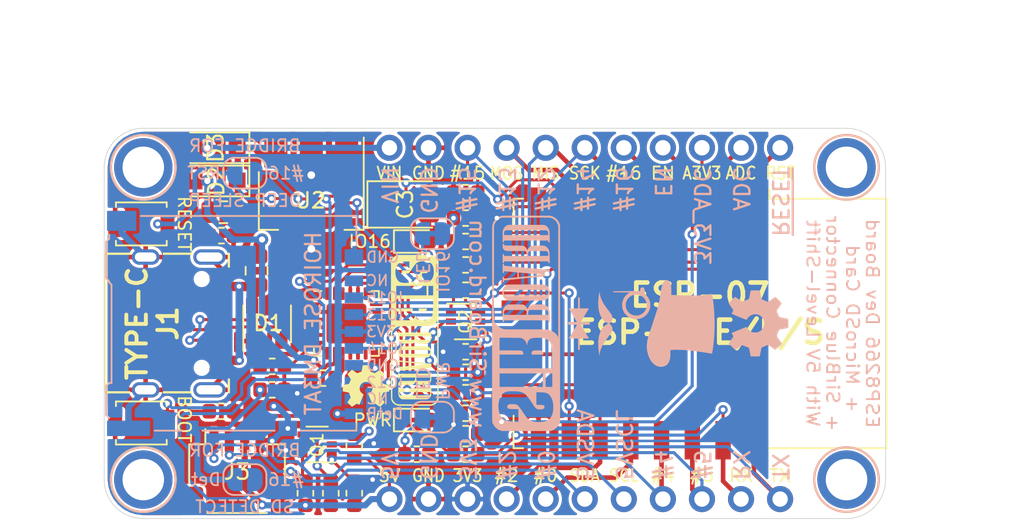
<source format=kicad_pcb>
(kicad_pcb (version 20171130) (host pcbnew "(5.1.2)-2")
  (title_block (title "ESP8266 Development Board") (date 2020-05-09) (rev 1.3) (company SirBoard) (comment 1 "SirBlue Connector with 5V Level Shift") (comment 2 "MicroSD Card + USB-C Connectivity with CP2104 Serial Converter") (comment 3 "ESP-12 or ESP-07") (comment 4 www.SirBoard.com))
  (layers (0 F.Cu signal) (31 B.Cu signal) (34 B.Paste user hide) (35 F.Paste user hide) (36 B.SilkS user) (37 F.SilkS user) (38 B.Mask user hide) (39 F.Mask user hide) (44 Edge.Cuts user))
  (net 0 "")
  (net 1 GND)
  (net 2 "Net-(U3-Pad11)")
  (net 3 VIN)
  (net 4 D-)
  (net 5 D+)
  (net 6 "Net-(U1-Pad24)")
  (net 7 "Net-(U1-Pad22)")
  (net 8 "Net-(U1-Pad18)")
  (net 9 "Net-(U1-Pad17)")
  (net 10 "Net-(U1-Pad16)")
  (net 11 "Net-(U1-Pad15)")
  (net 12 "Net-(U1-Pad14)")
  (net 13 "Net-(U1-Pad13)")
  (net 14 "Net-(U1-Pad12)")
  (net 15 "Net-(U1-Pad11)")
  (net 16 "Net-(U1-Pad1)")
  (net 17 /CC2)
  (net 18 "Net-(J1-PadA8)")
  (net 19 /CC1)
  (net 20 "Net-(J1-PadB8)")
  (net 21 /RST)
  (net 22 DTR)
  (net 23 RX_ESP)
  (net 24 TX_ESP)
  (net 25 RTS)
  (net 26 +3V3)
  (net 27 VBUS)
  (net 28 SCL_5V)
  (net 29 SDA_5V)
  (net 30 SCL_3V3)
  (net 31 SDA_3V3)
  (net 32 GPIO0)
  (net 33 "Net-(Q2-Pad2)")
  (net 34 "Net-(Q2-Pad5)")
  (net 35 "#RST")
  (net 36 EN)
  (net 37 GPIO2)
  (net 38 RXD)
  (net 39 GPIO15)
  (net 40 GPIO16)
  (net 41 ADC)
  (net 42 GPIO13_MOSI)
  (net 43 GPIO12_MISO)
  (net 44 GPIO14_SCK)
  (net 45 "Net-(LED1-Pad2)")
  (net 46 "Net-(U3-Pad14)")
  (net 47 "Net-(U3-Pad13)")
  (net 48 "Net-(U3-Pad12)")
  (net 49 "Net-(U3-Pad10)")
  (net 50 "Net-(U3-Pad9)")
  (net 51 "Net-(C2-Pad1)")
  (net 52 "Net-(J2-Pad8)")
  (net 53 "Net-(J2-Pad1)")
  (net 54 /CARD_DETECT)
  (net 55 ADC_3V3)
  (net 56 VUSB)
  (net 57 "Net-(U1-Pad10)")
  (net 58 "Net-(JP1-Pad2)")
  (net 59 "Net-(JP2-Pad1)")
  (net 60 "Net-(JP2-Pad2)")
  (module SirBoardLibrary:SolderJumper-2_P1.3mm_Bridged_RoundedPad1.0x1.5mm (layer B.Cu) (at 63.246 45.466 180)
    (fp_text reference PWR hide)
    (fp_text value LED_DELETE1)
    (fp_poly (pts (xy 0.25 0.1778) (xy -0.25 0.1778) (xy -0.25 -0.1778) (xy 0.25 -0.1778)) (layer B.Cu) (width 0))
    (pad 1 smd custom (at -0.65 0 180) (size 1 0.5) (layers B.Cu B.Mask) (net 26 +3V3) (options (clearance outline) (anchor rect)) (primitives (gr_circle (center 0 -0.25) (end 0.5 -0.25) (width 0)) (gr_circle (center 0 0.25) (end 0.5 0.25) (width 0)) (gr_poly (pts (xy 0 0.75) (xy 0.5 0.75) (xy 0.5 -0.75) (xy 0 -0.75)) (width 0))))
    (pad 2 smd custom (at 0.65 0 180) (size 1 0.5) (layers B.Cu B.Mask) (net 58 "Net-(JP1-Pad2)") (options (clearance outline) (anchor rect)) (primitives (gr_circle (center 0 -0.25) (end 0.5 -0.25) (width 0)) (gr_circle (center 0 0.25) (end 0.5 0.25) (width 0)) (gr_poly (pts (xy 0 0.75) (xy -0.5 0.75) (xy -0.5 -0.75) (xy 0 -0.75)) (width 0))))
  )
  (module SirBoardLibrary:SolderJumper-2_P1.3mm_Bridged_RoundedPad1.0x1.5mm (layer B.Cu) (at 63.246 33.528 180)
    (fp_text reference IO16 hide)
    (fp_text value LED_DELETE2)
    (fp_poly (pts (xy 0.25 0.1778) (xy -0.25 0.1778) (xy -0.25 -0.1778) (xy 0.25 -0.1778)) (layer B.Cu) (width 0))
    (pad 1 smd custom (at -0.65 0 180) (size 1 0.5) (layers B.Cu B.Mask) (net 59 "Net-(JP2-Pad1)") (options (clearance outline) (anchor rect)) (primitives (gr_circle (center 0 -0.25) (end 0.5 -0.25) (width 0)) (gr_circle (center 0 0.25) (end 0.5 0.25) (width 0)) (gr_poly (pts (xy 0 0.75) (xy 0.5 0.75) (xy 0.5 -0.75) (xy 0 -0.75)) (width 0))))
    (pad 2 smd custom (at 0.65 0 180) (size 1 0.5) (layers B.Cu B.Mask) (net 60 "Net-(JP2-Pad2)") (options (clearance outline) (anchor rect)) (primitives (gr_circle (center 0 -0.25) (end 0.5 -0.25) (width 0)) (gr_circle (center 0 0.25) (end 0.5 0.25) (width 0)) (gr_poly (pts (xy 0 0.75) (xy -0.5 0.75) (xy -0.5 -0.75) (xy 0 -0.75)) (width 0))))
  )
  (module Capacitor_Tantalum_SMD:CP_EIA-3528-21_Kemet-B (layer F.Cu) (at 61.4815 31.623)
    (fp_text reference C3 (at -0.0135 0 90) (layer F.SilkS))
    (fp_text value 100uF)
    (pad 1 smd roundrect (at -1.5375 0) (size 1.325 2.35) (layers F.Cu F.Paste F.Mask) (roundrect_rratio 0.188679) (net 26 +3V3))
    (pad 2 smd roundrect (at 1.5375 0) (size 1.325 2.35) (layers F.Cu F.Paste F.Mask) (roundrect_rratio 0.188679) (net 1 GND))
  )
  (module logo:OSHW44x31 (layer F.Cu) (at 58.928 43.434)
    (fp_text reference G*** hide)
    (fp_text value LOGO hide)
  )
  (module logo:OSHW62x45 (layer B.Cu) (at 84.455 39.37 90)
    (fp_text reference G*** hide)
    (fp_text value LOGO hide)
  )
  (module logo:logo94x134 (layer B.Cu) (at 76.835 39.37 90)
    (fp_text reference G*** hide)
    (fp_text value LOGO hide)
  )
  (module logo:SirBoard140x44 (layer B.Cu) (at 69.342 39.37 90)
    (fp_text reference G*** hide)
    (fp_text value LOGO hide)
  )
  (module Connector_PinHeader_2.54mm:PinHeader_1x11_P2.54mm_Vertical (layer B.Cu) (at 60.452 50.8 270)
    (fp_text reference J4 hide)
    (fp_text value Conn_01x11)
    (pad 11 thru_hole oval (at 0 -25.4 270) (size 1.7 1.7) (drill 1) (layers *.Cu *.Mask) (net 24 TX_ESP))
    (pad 10 thru_hole oval (at 0 -22.86 270) (size 1.7 1.7) (drill 1) (layers *.Cu *.Mask) (net 38 RXD))
    (pad 9 thru_hole oval (at 0 -20.32 270) (size 1.7 1.7) (drill 1) (layers *.Cu *.Mask) (net 30 SCL_3V3))
    (pad 8 thru_hole oval (at 0 -17.78 270) (size 1.7 1.7) (drill 1) (layers *.Cu *.Mask) (net 31 SDA_3V3))
    (pad 7 thru_hole oval (at 0 -15.24 270) (size 1.7 1.7) (drill 1) (layers *.Cu *.Mask) (net 28 SCL_5V))
    (pad 6 thru_hole oval (at 0 -12.7 270) (size 1.7 1.7) (drill 1) (layers *.Cu *.Mask) (net 29 SDA_5V))
    (pad 5 thru_hole oval (at 0 -10.16 270) (size 1.7 1.7) (drill 1) (layers *.Cu *.Mask) (net 32 GPIO0))
    (pad 4 thru_hole oval (at 0 -7.62 270) (size 1.7 1.7) (drill 1) (layers *.Cu *.Mask) (net 37 GPIO2))
    (pad 3 thru_hole oval (at 0 -5.08 270) (size 1.7 1.7) (drill 1) (layers *.Cu *.Mask) (net 26 +3V3))
    (pad 2 thru_hole oval (at 0 -2.54 270) (size 1.7 1.7) (drill 1) (layers *.Cu *.Mask) (net 1 GND))
    (pad 1 thru_hole circle (at 0 0 270) (size 1.7 1.7) (drill 1) (layers *.Cu *.Mask) (net 27 VBUS))
  )
  (module Connector_PinHeader_2.54mm:PinHeader_1x11_P2.54mm_Vertical (layer B.Cu) (at 60.452 27.94 270)
    (fp_text reference J6 hide)
    (fp_text value Conn_01x11)
    (pad 11 thru_hole oval (at 0 -25.4 270) (size 1.7 1.7) (drill 1) (layers *.Cu *.Mask) (net 35 "#RST"))
    (pad 10 thru_hole oval (at 0 -22.86 270) (size 1.7 1.7) (drill 1) (layers *.Cu *.Mask) (net 41 ADC))
    (pad 9 thru_hole oval (at 0 -20.32 270) (size 1.7 1.7) (drill 1) (layers *.Cu *.Mask) (net 55 ADC_3V3))
    (pad 8 thru_hole oval (at 0 -17.78 270) (size 1.7 1.7) (drill 1) (layers *.Cu *.Mask) (net 36 EN))
    (pad 7 thru_hole oval (at 0 -15.24 270) (size 1.7 1.7) (drill 1) (layers *.Cu *.Mask) (net 40 GPIO16))
    (pad 6 thru_hole oval (at 0 -12.7 270) (size 1.7 1.7) (drill 1) (layers *.Cu *.Mask) (net 44 GPIO14_SCK))
    (pad 5 thru_hole oval (at 0 -10.16 270) (size 1.7 1.7) (drill 1) (layers *.Cu *.Mask) (net 43 GPIO12_MISO))
    (pad 4 thru_hole oval (at 0 -7.62 270) (size 1.7 1.7) (drill 1) (layers *.Cu *.Mask) (net 42 GPIO13_MOSI))
    (pad 3 thru_hole oval (at 0 -5.08 270) (size 1.7 1.7) (drill 1) (layers *.Cu *.Mask) (net 39 GPIO15))
    (pad 2 thru_hole oval (at 0 -2.54 270) (size 1.7 1.7) (drill 1) (layers *.Cu *.Mask) (net 1 GND))
    (pad 1 thru_hole circle (at 0 0 270) (size 1.7 1.7) (drill 1) (layers *.Cu *.Mask) (net 3 VIN))
  )
  (module logo:SirBoard98x31 (layer F.Cu) (at 62.103 39.8145 270)
    (fp_text reference G*** hide)
    (fp_text value LOGO hide)
  )
  (module SirBoardLibrary:microSD_Hirose_DM3AT (layer B.Cu) (at 50.419 39.37 90)
    (fp_text reference "HOIROSE DM3AT" (at 0 5.08 90) (layer B.SilkS) (effects (justify mirror)))
    (fp_text value Micro_SD_Card_Det_Hirose_DM3AT)
    (pad 9 smd rect (at -5.875 7.725 90) (size 0.7 1.2) (layers B.Cu B.Paste B.Mask) (net 1 GND))
    (pad 8 smd rect (at -4.925 7.725 90) (size 0.7 1.2) (layers B.Cu B.Paste B.Mask) (net 52 "Net-(J2-Pad8)"))
    (pad 1 smd rect (at 2.775 7.725 90) (size 0.7 1.2) (layers B.Cu B.Paste B.Mask) (net 53 "Net-(J2-Pad1)"))
    (pad 2 smd rect (at 1.675 7.725 90) (size 0.7 1.2) (layers B.Cu B.Paste B.Mask) (net 39 GPIO15))
    (pad 3 smd rect (at 0.575 7.725 90) (size 0.7 1.2) (layers B.Cu B.Paste B.Mask) (net 42 GPIO13_MOSI))
    (pad 4 smd rect (at -0.525 7.725 90) (size 0.7 1.2) (layers B.Cu B.Paste B.Mask) (net 26 +3V3))
    (pad 5 smd rect (at -1.625 7.725 90) (size 0.7 1.2) (layers B.Cu B.Paste B.Mask) (net 44 GPIO14_SCK))
    (pad 6 smd rect (at -2.725 7.725 90) (size 0.7 1.2) (layers B.Cu B.Paste B.Mask) (net 1 GND))
    (pad 7 smd rect (at -3.825 7.725 90) (size 0.7 1.2) (layers B.Cu B.Paste B.Mask) (net 43 GPIO12_MISO))
    (pad 11 smd rect (at 4.325 7.725 90) (size 1 1.2) (layers B.Cu B.Paste B.Mask) (net 1 GND))
    (pad 11 smd rect (at -6.825 3.425 90) (size 1 1.2) (layers B.Cu B.Paste B.Mask) (net 1 GND))
    (pad 10 smd rect (at -6.825 -2.775 90) (size 1 0.8) (layers B.Cu B.Paste B.Mask) (net 54 /CARD_DETECT))
    (pad 11 smd rect (at -6.825 -6.925 90) (size 1 2.8) (layers B.Cu B.Paste B.Mask) (net 1 GND))
    (pad 11 smd rect (at 6.675 -7.375 90) (size 1.3 1.9) (layers B.Cu B.Paste B.Mask) (net 1 GND))
  )
  (module Button_Switch_SMD:SW_SPST_B3U-1000P (layer F.Cu) (at 44.323 32.893 180)
    (fp_text reference RESET (at -2.794 0 270 unlocked) (layer F.SilkS) (effects (font (size 0.8 0.8) (thickness 0.12))))
    (fp_text value SW_Push)
    (pad 1 smd rect (at -1.7 0 180) (size 0.9 1.7) (layers F.Cu F.Paste F.Mask) (net 35 "#RST"))
    (pad 2 smd rect (at 1.7 0 180) (size 0.9 1.7) (layers F.Cu F.Paste F.Mask) (net 1 GND))
  )
  (module Resistor_SMD:R_0603_1608Metric (layer F.Cu) (at 65.405 35.56)
    (fp_text reference R20 hide)
    (fp_text value 100K)
    (pad 2 smd roundrect (at 0.7875 0) (size 0.875 0.95) (layers F.Cu F.Paste F.Mask) (net 41 ADC))
    (pad 1 smd roundrect (at -0.7875 0) (size 0.875 0.95) (layers F.Cu F.Paste F.Mask) (net 1 GND))
  )
  (module Resistor_SMD:R_0603_1608Metric (layer F.Cu) (at 65.405 34.036)
    (fp_text reference R19 hide)
    (fp_text value 220K)
    (pad 2 smd roundrect (at 0.7875 0) (size 0.875 0.95) (layers F.Cu F.Paste F.Mask) (net 55 ADC_3V3))
    (pad 1 smd roundrect (at -0.7875 0) (size 0.875 0.95) (layers F.Cu F.Paste F.Mask) (net 41 ADC))
  )
  (module Resistor_SMD:R_0603_1608Metric (layer F.Cu) (at 65.405 41.2115 180)
    (fp_text reference R18 hide)
    (fp_text value 10k)
    (pad 2 smd roundrect (at 0.7875 0 180) (size 0.875 0.95) (layers F.Cu F.Paste F.Mask) (net 26 +3V3))
    (pad 1 smd roundrect (at -0.7875 0 180) (size 0.875 0.95) (layers F.Cu F.Paste F.Mask) (net 32 GPIO0))
  )
  (module Resistor_SMD:R_0603_1608Metric (layer F.Cu) (at 52.832 43.688 180)
    (fp_text reference R17 hide)
    (fp_text value 10k)
    (pad 2 smd roundrect (at 0.7875 0 180) (size 0.875 0.95) (layers F.Cu F.Paste F.Mask) (net 54 /CARD_DETECT))
    (pad 1 smd roundrect (at -0.7875 0 180) (size 0.875 0.95) (layers F.Cu F.Paste F.Mask) (net 26 +3V3))
  )
  (module Jumper:SolderJumper-2_P1.3mm_Open_RoundedPad1.0x1.5mm (layer B.Cu) (at 51.054 29.591 180)
    (fp_text reference SLEEP1 hide)
    (fp_text value SolderJumper_2_Open)
    (pad 2 smd custom (at 0.65 0 180) (size 1 0.5) (layers B.Cu B.Mask) (net 35 "#RST") (options (clearance outline) (anchor rect)) (primitives (gr_circle (center 0 -0.25) (end 0.5 -0.25) (width 0)) (gr_circle (center 0 0.25) (end 0.5 0.25) (width 0)) (gr_poly (pts (xy 0 0.75) (xy -0.5 0.75) (xy -0.5 -0.75) (xy 0 -0.75)) (width 0))))
    (pad 1 smd custom (at -0.65 0 180) (size 1 0.5) (layers B.Cu B.Mask) (net 40 GPIO16) (options (clearance outline) (anchor rect)) (primitives (gr_circle (center 0 -0.25) (end 0.5 -0.25) (width 0)) (gr_circle (center 0 0.25) (end 0.5 0.25) (width 0)) (gr_poly (pts (xy 0 0.75) (xy 0.5 0.75) (xy 0.5 -0.75) (xy 0 -0.75)) (width 0))))
  )
  (module Jumper:SolderJumper-2_P1.3mm_Open_RoundedPad1.0x1.5mm (layer B.Cu) (at 51.054 49.53 180)
    (fp_text reference CARD1 hide)
    (fp_text value SolderJumper_2_Open)
    (pad 2 smd custom (at 0.65 0 180) (size 1 0.5) (layers B.Cu B.Mask) (net 54 /CARD_DETECT) (options (clearance outline) (anchor rect)) (primitives (gr_circle (center 0 -0.25) (end 0.5 -0.25) (width 0)) (gr_circle (center 0 0.25) (end 0.5 0.25) (width 0)) (gr_poly (pts (xy 0 0.75) (xy -0.5 0.75) (xy -0.5 -0.75) (xy 0 -0.75)) (width 0))))
    (pad 1 smd custom (at -0.65 0 180) (size 1 0.5) (layers B.Cu B.Mask) (net 40 GPIO16) (options (clearance outline) (anchor rect)) (primitives (gr_circle (center 0 -0.25) (end 0.5 -0.25) (width 0)) (gr_circle (center 0 0.25) (end 0.5 0.25) (width 0)) (gr_poly (pts (xy 0 0.75) (xy 0.5 0.75) (xy 0.5 -0.75) (xy 0 -0.75)) (width 0))))
  )
  (module Diode_SMD:D_SOD-123F (layer F.Cu) (at 49.149 27.94 180)
    (fp_text reference D3 (at 0 0 90) (layer F.SilkS))
    (fp_text value MBR120)
    (pad 2 smd rect (at 1.4 0 180) (size 1.1 1.1) (layers F.Cu F.Paste F.Mask) (net 3 VIN))
    (pad 1 smd rect (at -1.4 0 180) (size 1.1 1.1) (layers F.Cu F.Paste F.Mask) (net 51 "Net-(C2-Pad1)"))
  )
  (module Button_Switch_SMD:SW_SPST_B3U-1000P (layer F.Cu) (at 44.323 45.847)
    (fp_text reference BOOT (at 2.794 -0.254 270 unlocked) (layer F.SilkS) (effects (font (size 0.8 0.8) (thickness 0.122))))
    (fp_text value SW_Push)
    (pad 1 smd rect (at -1.7 0) (size 0.9 1.7) (layers F.Cu F.Paste F.Mask) (net 1 GND))
    (pad 2 smd rect (at 1.7 0) (size 0.9 1.7) (layers F.Cu F.Paste F.Mask) (net 32 GPIO0))
  )
  (module SirBoardLibrary:ESP-12E (layer F.Cu) (at 80.645 39.37 270)
    (fp_text reference U3 hide)
    (fp_text value ESP-12F)
    (pad 22 smd rect (at 7.6 -3.5 270) (size 2.5 1) (layers F.Cu F.Paste F.Mask) (net 24 TX_ESP))
    (pad 21 smd rect (at 7.6 -1.5 270) (size 2.5 1) (layers F.Cu F.Paste F.Mask) (net 38 RXD))
    (pad 20 smd rect (at 7.6 0.5 270) (size 2.5 1) (layers F.Cu F.Paste F.Mask) (net 30 SCL_3V3))
    (pad 19 smd rect (at 7.6 2.5 270) (size 2.5 1) (layers F.Cu F.Paste F.Mask) (net 31 SDA_3V3))
    (pad 18 smd rect (at 7.6 4.5 270) (size 2.5 1) (layers F.Cu F.Paste F.Mask) (net 32 GPIO0))
    (pad 17 smd rect (at 7.6 6.5 270) (size 2.5 1) (layers F.Cu F.Paste F.Mask) (net 37 GPIO2))
    (pad 16 smd rect (at 7.6 8.5 270) (size 2.5 1) (layers F.Cu F.Paste F.Mask) (net 39 GPIO15))
    (pad 15 smd rect (at 7.6 10.5 270) (size 2.5 1) (layers F.Cu F.Paste F.Mask) (net 1 GND))
    (pad 14 smd rect (at 5 12 270) (size 1 1.8) (layers F.Cu F.Paste F.Mask) (net 46 "Net-(U3-Pad14)"))
    (pad 13 smd rect (at 3 12 270) (size 1 1.8) (layers F.Cu F.Paste F.Mask) (net 47 "Net-(U3-Pad13)"))
    (pad 12 smd rect (at 1 12 270) (size 1 1.8) (layers F.Cu F.Paste F.Mask) (net 48 "Net-(U3-Pad12)"))
    (pad 11 smd rect (at -1 12 270) (size 1 1.8) (layers F.Cu F.Paste F.Mask) (net 2 "Net-(U3-Pad11)"))
    (pad 10 smd rect (at -3 12 270) (size 1 1.8) (layers F.Cu F.Paste F.Mask) (net 49 "Net-(U3-Pad10)"))
    (pad 9 smd rect (at -5 12 270) (size 1 1.8) (layers F.Cu F.Paste F.Mask) (net 50 "Net-(U3-Pad9)"))
    (pad 8 smd rect (at -7.6 10.5 270) (size 2.5 1) (layers F.Cu F.Paste F.Mask) (net 26 +3V3))
    (pad 7 smd rect (at -7.6 8.5 270) (size 2.5 1) (layers F.Cu F.Paste F.Mask) (net 42 GPIO13_MOSI))
    (pad 6 smd rect (at -7.6 6.5 270) (size 2.5 1) (layers F.Cu F.Paste F.Mask) (net 43 GPIO12_MISO))
    (pad 5 smd rect (at -7.6 4.5 270) (size 2.5 1) (layers F.Cu F.Paste F.Mask) (net 44 GPIO14_SCK))
    (pad 4 smd rect (at -7.6 2.5 270) (size 2.5 1) (layers F.Cu F.Paste F.Mask) (net 40 GPIO16))
    (pad 3 smd rect (at -7.6 0.5 270) (size 2.5 1) (layers F.Cu F.Paste F.Mask) (net 36 EN))
    (pad 2 smd rect (at -7.6 -1.5 270) (size 2.5 1) (layers F.Cu F.Paste F.Mask) (net 41 ADC))
    (pad 1 smd rect (at -7.6 -3.5 270) (size 2.5 1) (layers F.Cu F.Paste F.Mask) (net 35 "#RST"))
  )
  (module SirBoardLibrary:USB_C (layer F.Cu) (at 50.038 39.37 270)
    (fp_text reference J1 (at 0 3.9878 90) (layer F.SilkS) (effects (font (size 1.27 1.27) (thickness 0.254))))
    (fp_text value TYPE-C (at 0 5.9944 90 unlocked) (layer F.SilkS) (effects (font (size 1.27 1.27) (thickness 0.254))))
    (pad B4 smd rect (at 2.24136 0.5866 270) (size 0.31 1.4) (layers F.Cu F.Paste F.Mask) (net 56 VUSB))
    (pad B1 smd rect (at 3.04406 0.5866 270) (size 0.31 1.4) (layers F.Cu F.Paste F.Mask) (net 1 GND))
    (pad B9 smd rect (at -2.24594 0.5842 270) (size 0.31 1.4) (layers F.Cu F.Paste F.Mask) (net 56 VUSB))
    (pad B12 smd rect (at -3.04594 0.5842 270) (size 0.31 1.4) (layers F.Cu F.Paste F.Mask) (net 1 GND))
    (pad A1 smd rect (at -3.35594 0.5866 270) (size 0.31 1.4) (layers F.Cu F.Paste F.Mask) (net 1 GND))
    (pad A12 smd rect (at 3.35406 0.5866 270) (size 0.31 1.4) (layers F.Cu F.Paste F.Mask) (net 1 GND))
    (pad "" np_thru_hole circle (at -2.89094 1.7866 270) (size 0.65 0.65) (drill oval 0.65) (layers *.Cu *.Mask))
    (pad "" np_thru_hole circle (at 2.88906 1.7866 270) (size 0.65 0.65) (drill oval 0.65) (layers *.Cu *.Mask))
    (pad S1 thru_hole oval (at -4.32094 5.4366 270) (size 1 1.8) (drill oval 0.6 1.4) (layers *.Cu *.Mask F.Paste) (net 1 GND))
    (pad S1 thru_hole oval (at 4.31906 5.4366 270) (size 1 1.8) (drill oval 0.6 1.4) (layers *.Cu *.Mask F.Paste) (net 1 GND))
    (pad S1 thru_hole oval (at 4.31906 1.2866 270) (size 1 2.1) (drill oval 0.6 1.7) (layers *.Cu *.Mask F.Paste) (net 1 GND))
    (pad S1 thru_hole oval (at -4.32094 1.2866 270) (size 1 2.1) (drill oval 0.6 1.7) (layers *.Cu *.Mask F.Paste) (net 1 GND))
    (pad B5 smd rect (at 1.74906 0.5866 270) (size 0.32 1.4) (layers F.Cu F.Paste F.Mask) (net 17 /CC2))
    (pad A8 smd rect (at 1.24906 0.5866 270) (size 0.32 1.4) (layers F.Cu F.Paste F.Mask) (net 18 "Net-(J1-PadA8)"))
    (pad B6 smd rect (at 0.74906 0.5866 270) (size 0.32 1.4) (layers F.Cu F.Paste F.Mask) (net 5 D+))
    (pad A7 smd rect (at 0.24906 0.5866 270) (size 0.32 1.4) (layers F.Cu F.Paste F.Mask) (net 4 D-))
    (pad A6 smd rect (at -0.25094 0.5866 270) (size 0.32 1.4) (layers F.Cu F.Paste F.Mask) (net 5 D+))
    (pad B7 smd rect (at -0.75094 0.5866 270) (size 0.32 1.4) (layers F.Cu F.Paste F.Mask) (net 4 D-))
    (pad A5 smd rect (at -1.25094 0.5866 270) (size 0.32 1.4) (layers F.Cu F.Paste F.Mask) (net 19 /CC1))
    (pad B8 smd rect (at -1.75094 0.5866 270) (size 0.32 1.4) (layers F.Cu F.Paste F.Mask) (net 20 "Net-(J1-PadB8)"))
    (pad A9 smd rect (at 2.55406 0.5866 270) (size 0.31 1.4) (layers F.Cu F.Paste F.Mask) (net 56 VUSB))
    (pad A4 smd rect (at -2.55594 0.5866 270) (size 0.31 1.4) (layers F.Cu F.Paste F.Mask) (net 56 VUSB))
  )
  (module SirBoardLibrary:MountingHole_M2.5_SirBoard (layer F.Cu) (at 90.17 49.53)
    (fp_text reference H2 hide)
    (fp_text value MountingHole)
    (pad 1 thru_hole circle (at 0 0) (size 3.8 3.8) (drill 2.7) (layers *.Cu *.Mask))
  )
  (module SirBoardLibrary:MountingHole_M2.5_SirBoard (layer F.Cu) (at 90.17 29.21)
    (fp_text reference H1 hide)
    (fp_text value MountingHole)
    (pad 1 thru_hole circle (at 0 0) (size 3.8 3.8) (drill 2.7) (layers *.Cu *.Mask))
  )
  (module Resistor_SMD:R_0603_1608Metric (layer F.Cu) (at 62.23 47.879)
    (fp_text reference R16 hide)
    (fp_text value 1K)
    (pad 2 smd roundrect (at 0.7875 0) (size 0.875 0.95) (layers F.Cu F.Paste F.Mask) (net 45 "Net-(LED1-Pad2)"))
    (pad 1 smd roundrect (at -0.7875 0) (size 0.875 0.95) (layers F.Cu F.Paste F.Mask) (net 58 "Net-(JP1-Pad2)"))
  )
  (module Resistor_SMD:R_0603_1608Metric (layer F.Cu) (at 65.405 32.512 180)
    (fp_text reference R15 hide)
    (fp_text value 1K)
    (pad 2 smd roundrect (at 0.7875 0 180) (size 0.875 0.95) (layers F.Cu F.Paste F.Mask) (net 59 "Net-(JP2-Pad1)"))
    (pad 1 smd roundrect (at -0.7875 0 180) (size 0.875 0.95) (layers F.Cu F.Paste F.Mask) (net 26 +3V3))
  )
  (module LED_SMD:LED_0603_1608Metric (layer F.Cu) (at 62.23 34.036)
    (fp_text reference IO16 (at -3.048 0) (layer F.SilkS) (effects (font (size 0.8 0.8) (thickness 0.12))))
    (fp_text value BLUE)
    (pad 1 smd roundrect (at -0.7875 0) (size 0.875 0.95) (layers F.Cu F.Paste F.Mask) (net 40 GPIO16))
    (pad 2 smd roundrect (at 0.7875 0) (size 0.875 0.95) (layers F.Cu F.Paste F.Mask) (net 60 "Net-(JP2-Pad2)"))
  )
  (module LED_SMD:LED_0603_1608Metric (layer F.Cu) (at 62.23 45.6565)
    (fp_text reference PWR (at -2.8575 0) (layer F.SilkS) (effects (font (size 0.8 0.8) (thickness 0.12))))
    (fp_text value RED)
    (pad 1 smd roundrect (at -0.7875 0) (size 0.875 0.95) (layers F.Cu F.Paste F.Mask) (net 1 GND))
    (pad 2 smd roundrect (at 0.7875 0) (size 0.875 0.95) (layers F.Cu F.Paste F.Mask) (net 45 "Net-(LED1-Pad2)"))
  )
  (module SirBoardLibrary:MountingHole_M2.5_SirBoard (layer F.Cu) (at 44.45 49.53)
    (fp_text reference H4 hide)
    (fp_text value MountingHole)
    (pad 1 thru_hole circle (at 0 0) (size 3.8 3.8) (drill 2.7) (layers *.Cu *.Mask))
  )
  (module SirBoardLibrary:MountingHole_M2.5_SirBoard (layer F.Cu) (at 44.45 29.21)
    (fp_text reference H3 hide)
    (fp_text value MountingHole)
    (pad 1 thru_hole circle (at 0 0) (size 3.8 3.8) (drill 2.7) (layers *.Cu *.Mask))
  )
  (module Capacitor_SMD:C_0805_2012Metric (layer F.Cu) (at 49.657 32.131 180)
    (fp_text reference C2 hide)
    (fp_text value 10uF)
    (pad 2 smd roundrect (at 0.9375 0 180) (size 0.975 1.4) (layers F.Cu F.Paste F.Mask) (net 1 GND))
    (pad 1 smd roundrect (at -0.9375 0 180) (size 0.975 1.4) (layers F.Cu F.Paste F.Mask) (net 51 "Net-(C2-Pad1)"))
  )
  (module Resistor_SMD:R_0603_1608Metric (layer F.Cu) (at 49.53 33.655)
    (fp_text reference R2 hide)
    (fp_text value 5K1)
    (pad 2 smd roundrect (at 0.7875 0) (size 0.875 0.95) (layers F.Cu F.Paste F.Mask) (net 1 GND))
    (pad 1 smd roundrect (at -0.7875 0) (size 0.875 0.95) (layers F.Cu F.Paste F.Mask) (net 19 /CC1))
  )
  (module Resistor_SMD:R_0603_1608Metric (layer F.Cu) (at 49.53 45.085)
    (fp_text reference R1 hide)
    (fp_text value 5K1)
    (pad 2 smd roundrect (at 0.7875 0) (size 0.875 0.95) (layers F.Cu F.Paste F.Mask) (net 1 GND))
    (pad 1 smd roundrect (at -0.7875 0) (size 0.875 0.95) (layers F.Cu F.Paste F.Mask) (net 17 /CC2))
  )
  (module Resistor_SMD:R_0603_1608Metric (layer F.Cu) (at 58.166 47.371 270)
    (fp_text reference R7 hide)
    (fp_text value 10k)
    (pad 2 smd roundrect (at 0.7875 0 270) (size 0.875 0.95) (layers F.Cu F.Paste F.Mask) (net 27 VBUS))
    (pad 1 smd roundrect (at -0.7875 0 270) (size 0.875 0.95) (layers F.Cu F.Paste F.Mask) (net 28 SCL_5V))
  )
  (module Resistor_SMD:R_0603_1608Metric (layer F.Cu) (at 56.642 50.419 90)
    (fp_text reference R6 hide)
    (fp_text value 10k)
    (pad 2 smd roundrect (at 0.7875 0 90) (size 0.875 0.95) (layers F.Cu F.Paste F.Mask) (net 30 SCL_3V3))
    (pad 1 smd roundrect (at -0.7875 0 90) (size 0.875 0.95) (layers F.Cu F.Paste F.Mask) (net 26 +3V3))
  )
  (module Resistor_SMD:R_0603_1608Metric (layer F.Cu) (at 54.991 50.419 270)
    (fp_text reference R5 hide)
    (fp_text value 10k)
    (pad 2 smd roundrect (at 0.7875 0 270) (size 0.875 0.95) (layers F.Cu F.Paste F.Mask) (net 27 VBUS))
    (pad 1 smd roundrect (at -0.7875 0 270) (size 0.875 0.95) (layers F.Cu F.Paste F.Mask) (net 29 SDA_5V))
  )
  (module Resistor_SMD:R_0603_1608Metric (layer F.Cu) (at 58.166 50.419 90)
    (fp_text reference R4 hide)
    (fp_text value 10k)
    (pad 2 smd roundrect (at 0.7875 0 90) (size 0.875 0.95) (layers F.Cu F.Paste F.Mask) (net 31 SDA_3V3))
    (pad 1 smd roundrect (at -0.7875 0 90) (size 0.875 0.95) (layers F.Cu F.Paste F.Mask) (net 26 +3V3))
  )
  (module Resistor_SMD:R_0603_1608Metric (layer F.Cu) (at 65.405 43.8785)
    (fp_text reference R14 hide)
    (fp_text value 10k)
    (pad 2 smd roundrect (at 0.7875 0) (size 0.875 0.95) (layers F.Cu F.Paste F.Mask) (net 35 "#RST"))
    (pad 1 smd roundrect (at -0.7875 0) (size 0.875 0.95) (layers F.Cu F.Paste F.Mask) (net 26 +3V3))
  )
  (module Resistor_SMD:R_0603_1608Metric (layer F.Cu) (at 65.405 37.211)
    (fp_text reference R9 hide)
    (fp_text value 10k)
    (pad 2 smd roundrect (at 0.7875 0) (size 0.875 0.95) (layers F.Cu F.Paste F.Mask) (net 34 "Net-(Q2-Pad5)"))
    (pad 1 smd roundrect (at -0.7875 0) (size 0.875 0.95) (layers F.Cu F.Paste F.Mask) (net 22 DTR))
  )
  (module Resistor_SMD:R_0603_1608Metric (layer F.Cu) (at 65.405 42.545 180)
    (fp_text reference R8 hide)
    (fp_text value 10k)
    (pad 2 smd roundrect (at 0.7875 0 180) (size 0.875 0.95) (layers F.Cu F.Paste F.Mask) (net 33 "Net-(Q2-Pad2)"))
    (pad 1 smd roundrect (at -0.7875 0 180) (size 0.875 0.95) (layers F.Cu F.Paste F.Mask) (net 25 RTS))
  )
  (module Resistor_SMD:R_0603_1608Metric (layer F.Cu) (at 65.405 30.861)
    (fp_text reference R13 hide)
    (fp_text value 10K)
    (pad 2 smd roundrect (at 0.7875 0) (size 0.875 0.95) (layers F.Cu F.Paste F.Mask) (net 39 GPIO15))
    (pad 1 smd roundrect (at -0.7875 0) (size 0.875 0.95) (layers F.Cu F.Paste F.Mask) (net 1 GND))
  )
  (module Resistor_SMD:R_0603_1608Metric (layer F.Cu) (at 65.405 47.879)
    (fp_text reference R12 hide)
    (fp_text value 1K)
    (pad 2 smd roundrect (at 0.7875 0) (size 0.875 0.95) (layers F.Cu F.Paste F.Mask) (net 38 RXD))
    (pad 1 smd roundrect (at -0.7875 0) (size 0.875 0.95) (layers F.Cu F.Paste F.Mask) (net 23 RX_ESP))
  )
  (module Resistor_SMD:R_0603_1608Metric (layer F.Cu) (at 65.405 45.212 180)
    (fp_text reference R11 hide)
    (fp_text value 10k)
    (pad 2 smd roundrect (at 0.7875 0 180) (size 0.875 0.95) (layers F.Cu F.Paste F.Mask) (net 26 +3V3))
    (pad 1 smd roundrect (at -0.7875 0 180) (size 0.875 0.95) (layers F.Cu F.Paste F.Mask) (net 37 GPIO2))
  )
  (module Resistor_SMD:R_0603_1608Metric (layer F.Cu) (at 65.405 46.5455 180)
    (fp_text reference R10 hide)
    (fp_text value 10k)
    (pad 2 smd roundrect (at 0.7875 0 180) (size 0.875 0.95) (layers F.Cu F.Paste F.Mask) (net 26 +3V3))
    (pad 1 smd roundrect (at -0.7875 0 180) (size 0.875 0.95) (layers F.Cu F.Paste F.Mask) (net 36 EN))
  )
  (module SirBoardLibrary:SOT-143 (layer F.Cu) (at 52.578 39.37 90)
    (fp_text reference D1 (at 0.02 0) (layer F.SilkS))
    (fp_text value PRTR5V0U2X)
    (pad 4 smd rect (at 1.1508 -1.0516) (size 0.8 1) (layers F.Cu F.Paste F.Mask) (net 56 VUSB))
    (pad 3 smd rect (at 1.1508 0.8484) (size 0.8 1) (layers F.Cu F.Paste F.Mask) (net 5 D+))
    (pad 2 smd rect (at -1.1492 0.8484) (size 0.8 1) (layers F.Cu F.Paste F.Mask) (net 4 D-))
    (pad 1 smd rect (at -1.1492 -0.8716) (size 1.2 1) (layers F.Cu F.Paste F.Mask) (net 1 GND))
  )
  (module Package_TO_SOT_SMD:SOT-363_SC-70-6 (layer F.Cu) (at 65.405 39.243)
    (fp_text reference Q2 (at 0 0 90) (layer F.SilkS) (effects (font (size 0.8 0.8) (thickness 0.12))))
    (fp_text value MMBT2222A)
    (pad 6 smd rect (at 0.95 -0.65) (size 0.65 0.4) (layers F.Cu F.Paste F.Mask) (net 32 GPIO0))
    (pad 4 smd rect (at 0.95 0.65) (size 0.65 0.4) (layers F.Cu F.Paste F.Mask) (net 25 RTS))
    (pad 2 smd rect (at -0.95 0) (size 0.65 0.4) (layers F.Cu F.Paste F.Mask) (net 33 "Net-(Q2-Pad2)"))
    (pad 5 smd rect (at 0.95 0) (size 0.65 0.4) (layers F.Cu F.Paste F.Mask) (net 34 "Net-(Q2-Pad5)"))
    (pad 3 smd rect (at -0.95 0.65) (size 0.65 0.4) (layers F.Cu F.Paste F.Mask) (net 35 "#RST"))
    (pad 1 smd rect (at -0.95 -0.65) (size 0.65 0.4) (layers F.Cu F.Paste F.Mask) (net 22 DTR))
  )
  (module Package_TO_SOT_SMD:SOT-363_SC-70-6 (layer F.Cu) (at 55.753 47.244 180)
    (fp_text reference Q1 (at 0.003 -0.025 90) (layer F.SilkS) (effects (font (size 0.8 0.8) (thickness 0.12))))
    (fp_text value BSS138DW)
    (pad 6 smd rect (at 0.95 -0.65 180) (size 0.65 0.4) (layers F.Cu F.Paste F.Mask) (net 29 SDA_5V))
    (pad 4 smd rect (at 0.95 0.65 180) (size 0.65 0.4) (layers F.Cu F.Paste F.Mask) (net 30 SCL_3V3))
    (pad 2 smd rect (at -0.95 0 180) (size 0.65 0.4) (layers F.Cu F.Paste F.Mask) (net 26 +3V3))
    (pad 5 smd rect (at 0.95 0 180) (size 0.65 0.4) (layers F.Cu F.Paste F.Mask) (net 26 +3V3))
    (pad 3 smd rect (at -0.95 0.65 180) (size 0.65 0.4) (layers F.Cu F.Paste F.Mask) (net 28 SCL_5V))
    (pad 1 smd rect (at -0.95 -0.65 180) (size 0.65 0.4) (layers F.Cu F.Paste F.Mask) (net 31 SDA_3V3))
  )
  (module SirBoardLibrary:SirBlue_Connector (layer F.Cu) (at 50.546 49.022)
    (fp_text reference J3 (at 0 0) (layer F.SilkS))
    (fp_text value SirBlue)
    (pad MP smd roundrect (at 2.8 1.875) (size 1.2 1.8) (layers F.Cu F.Paste F.Mask) (roundrect_rratio 0.208333))
    (pad MP smd roundrect (at -2.8 1.875) (size 1.2 1.8) (layers F.Cu F.Paste F.Mask) (roundrect_rratio 0.208333))
    (pad 4 smd roundrect (at 1.5 -2) (size 0.6 1.55) (layers F.Cu F.Paste F.Mask) (net 1 GND))
    (pad 3 smd roundrect (at 0.5 -2) (size 0.6 1.55) (layers F.Cu F.Paste F.Mask) (net 27 VBUS))
    (pad 2 smd roundrect (at -0.5 -2) (size 0.6 1.55) (layers F.Cu F.Paste F.Mask) (net 29 SDA_5V))
    (pad 1 smd roundrect (at -1.5 -2) (size 0.6 1.55) (layers F.Cu F.Paste F.Mask) (net 28 SCL_5V))
  )
  (module Package_TO_SOT_SMD:SOT-223-3_TabPin2 (layer F.Cu) (at 55.372 31.369 270)
    (fp_text reference U2 (at 0 0.064) (layer F.SilkS))
    (fp_text value AZ1117-3.3)
    (pad 1 smd rect (at -3.15 -2.3 270) (size 2 1.5) (layers F.Cu F.Paste F.Mask) (net 1 GND))
    (pad 3 smd rect (at -3.15 2.3 270) (size 2 1.5) (layers F.Cu F.Paste F.Mask) (net 51 "Net-(C2-Pad1)"))
    (pad 2 smd rect (at -3.15 0 270) (size 2 1.5) (layers F.Cu F.Paste F.Mask) (net 26 +3V3))
    (pad 2 smd rect (at 3.15 0 270) (size 2.2 3.5) (layers F.Cu F.Paste F.Mask) (net 26 +3V3))
  )
  (module Diode_SMD:D_SOD-123F (layer F.Cu) (at 49.149 30.099 180)
    (fp_text reference D2 (at -0.051 -0.026 90) (layer F.SilkS))
    (fp_text value MBR120)
    (pad 2 smd rect (at 1.4 0 180) (size 1.1 1.1) (layers F.Cu F.Paste F.Mask) (net 27 VBUS))
    (pad 1 smd rect (at -1.4 0 180) (size 1.1 1.1) (layers F.Cu F.Paste F.Mask) (net 51 "Net-(C2-Pad1)"))
  )
  (module Package_DFN_QFN:QFN-24-1EP_4x4mm_P0.5mm_EP2.6x2.6mm (layer F.Cu) (at 57.658 39.37)
    (fp_text reference U1 hide)
    (fp_text value CP2104)
    (pad 25 smd roundrect (at 0 0) (size 2.6 2.6) (layers F.Cu F.Mask) (roundrect_rratio 0.096154) (net 1 GND))
    (pad 1 smd roundrect (at -1.9375 -1.25) (size 0.825 0.25) (layers F.Cu F.Paste F.Mask) (net 16 "Net-(U1-Pad1)"))
    (pad 2 smd roundrect (at -1.9375 -0.75) (size 0.825 0.25) (layers F.Cu F.Paste F.Mask) (net 1 GND))
    (pad 3 smd roundrect (at -1.9375 -0.25) (size 0.825 0.25) (layers F.Cu F.Paste F.Mask) (net 5 D+))
    (pad 4 smd roundrect (at -1.9375 0.25) (size 0.825 0.25) (layers F.Cu F.Paste F.Mask) (net 4 D-))
    (pad 5 smd roundrect (at -1.9375 0.75) (size 0.825 0.25) (layers F.Cu F.Paste F.Mask) (net 26 +3V3))
    (pad 6 smd roundrect (at -1.9375 1.25) (size 0.825 0.25) (layers F.Cu F.Paste F.Mask) (net 26 +3V3))
    (pad 7 smd roundrect (at -1.25 1.9375) (size 0.25 0.825) (layers F.Cu F.Paste F.Mask) (net 26 +3V3))
    (pad 8 smd roundrect (at -0.75 1.9375) (size 0.25 0.825) (layers F.Cu F.Paste F.Mask) (net 27 VBUS))
    (pad 9 smd roundrect (at -0.25 1.9375) (size 0.25 0.825) (layers F.Cu F.Paste F.Mask) (net 21 /RST))
    (pad 10 smd roundrect (at 0.25 1.9375) (size 0.25 0.825) (layers F.Cu F.Paste F.Mask) (net 57 "Net-(U1-Pad10)"))
    (pad 11 smd roundrect (at 0.75 1.9375) (size 0.25 0.825) (layers F.Cu F.Paste F.Mask) (net 15 "Net-(U1-Pad11)"))
    (pad 12 smd roundrect (at 1.25 1.9375) (size 0.25 0.825) (layers F.Cu F.Paste F.Mask) (net 14 "Net-(U1-Pad12)"))
    (pad 13 smd roundrect (at 1.9375 1.25) (size 0.825 0.25) (layers F.Cu F.Paste F.Mask) (net 13 "Net-(U1-Pad13)"))
    (pad 14 smd roundrect (at 1.9375 0.75) (size 0.825 0.25) (layers F.Cu F.Paste F.Mask) (net 12 "Net-(U1-Pad14)"))
    (pad 15 smd roundrect (at 1.9375 0.25) (size 0.825 0.25) (layers F.Cu F.Paste F.Mask) (net 11 "Net-(U1-Pad15)"))
    (pad 16 smd roundrect (at 1.9375 -0.25) (size 0.825 0.25) (layers F.Cu F.Paste F.Mask) (net 10 "Net-(U1-Pad16)"))
    (pad 17 smd roundrect (at 1.9375 -0.75) (size 0.825 0.25) (layers F.Cu F.Paste F.Mask) (net 9 "Net-(U1-Pad17)"))
    (pad 18 smd roundrect (at 1.9375 -1.25) (size 0.825 0.25) (layers F.Cu F.Paste F.Mask) (net 8 "Net-(U1-Pad18)"))
    (pad 19 smd roundrect (at 1.25 -1.9375) (size 0.25 0.825) (layers F.Cu F.Paste F.Mask) (net 25 RTS))
    (pad 20 smd roundrect (at 0.75 -1.9375) (size 0.25 0.825) (layers F.Cu F.Paste F.Mask) (net 24 TX_ESP))
    (pad 21 smd roundrect (at 0.25 -1.9375) (size 0.25 0.825) (layers F.Cu F.Paste F.Mask) (net 23 RX_ESP))
    (pad 22 smd roundrect (at -0.25 -1.9375) (size 0.25 0.825) (layers F.Cu F.Paste F.Mask) (net 7 "Net-(U1-Pad22)"))
    (pad 23 smd roundrect (at -0.75 -1.9375) (size 0.25 0.825) (layers F.Cu F.Paste F.Mask) (net 22 DTR))
    (pad 24 smd roundrect (at -1.25 -1.9375) (size 0.25 0.825) (layers F.Cu F.Paste F.Mask) (net 6 "Net-(U1-Pad24)"))
  )
  (module Resistor_SMD:R_0603_1608Metric (layer F.Cu) (at 56.134 42.926 180)
    (fp_text reference R3 hide)
    (fp_text value 4K7)
    (pad 2 smd roundrect (at 0.7875 0 180) (size 0.875 0.95) (layers F.Cu F.Paste F.Mask) (net 26 +3V3))
    (pad 1 smd roundrect (at -0.7875 0 180) (size 0.875 0.95) (layers F.Cu F.Paste F.Mask) (net 21 /RST))
  )
  (module Fuse:Fuse_0805_2012Metric (layer F.Cu) (at 51.816 35.941 90)
    (fp_text reference F1 hide)
    (fp_text value 500mA)
    (pad 2 smd roundrect (at 0.9375 0 90) (size 0.975 1.4) (layers F.Cu F.Paste F.Mask) (net 27 VBUS))
    (pad 1 smd roundrect (at -0.9375 0 90) (size 0.975 1.4) (layers F.Cu F.Paste F.Mask) (net 56 VUSB))
  )
  (module Capacitor_SMD:C_0603_1608Metric (layer F.Cu) (at 52.832 42.164 180)
    (fp_text reference C1 hide)
    (fp_text value 100nF)
    (pad 2 smd roundrect (at 0.7875 0 180) (size 0.875 0.95) (layers F.Cu F.Paste F.Mask) (net 1 GND))
    (pad 1 smd roundrect (at -0.7875 0 180) (size 0.875 0.95) (layers F.Cu F.Paste F.Mask) (net 26 +3V3))
  )
  (gr_text GND (at 58.8772 35.052) (layer B.SilkS) (effects (font (size 0.7 0.7) (thickness 0.11)) (justify right mirror)))
  (gr_text "PWR\nLED" (at 63.246 44.45 270) (layer B.SilkS) (effects (font (size 0.8 0.8) (thickness 0.12)) (justify left mirror)))
  (gr_text "IO16\nLED" (at 63.246 34.544 270) (layer B.SilkS) (effects (font (size 0.8 0.8) (thickness 0.12)) (justify right mirror)))
  (gr_text "ESP-07\nESP-12E/F/S" (at 80.645 38.735) (layer F.SilkS) (effects (font (size 1.5 1.5) (thickness 0.3))))
  (gr_text "ESP8266 Dev Board\n+ MicroSD Card \n+ SirBlue Connector\nWith 5V Level-Shift" (at 89.916 39.37 270) (layer B.SilkS) (effects (font (size 0.8 0.9) (thickness 0.12)) (justify mirror)))
  (gr_text www.SirBoard.com (at 66.167 39.37 270) (layer B.SilkS) (effects (font (size 1 1)) (justify mirror)))
  (gr_text 5V (at 60.452 49.657 270) (layer B.SilkS) (effects (font (size 1 1)) (justify left mirror)))
  (gr_text GND (at 62.992 49.657 270) (layer B.SilkS) (effects (font (size 1 1)) (justify left mirror)))
  (gr_text 3V3 (at 65.532 49.657 270) (layer B.SilkS) (effects (font (size 1 1)) (justify left mirror)))
  (gr_text "#2" (at 68.072 49.657 270) (layer B.SilkS) (effects (font (size 1 1)) (justify left mirror)))
  (gr_text "#0" (at 70.612 49.657 270) (layer B.SilkS) (effects (font (size 1 1)) (justify left mirror)))
  (gr_text 5VSDA (at 73.152 49.657 270) (layer B.SilkS) (effects (font (size 1 1)) (justify left mirror)))
  (gr_text 5VSCL (at 75.692 49.657 270) (layer B.SilkS) (effects (font (size 1 1)) (justify left mirror)))
  (gr_text "#4" (at 78.232 49.657 270) (layer B.SilkS) (effects (font (size 1 1)) (justify left mirror)))
  (gr_text "#5" (at 80.772 49.657 270) (layer B.SilkS) (effects (font (size 1 1)) (justify left mirror)))
  (gr_text RX (at 83.312 49.657 270) (layer B.SilkS) (effects (font (size 1 1)) (justify left mirror)))
  (gr_text TX (at 85.852 49.657 270) (layer B.SilkS) (effects (font (size 1 1)) (justify left mirror)))
  (gr_text VIN (at 60.452 29.083 270) (layer B.SilkS) (effects (font (size 1 1)) (justify right mirror)))
  (gr_text GND (at 62.992 29.083 270) (layer B.SilkS) (effects (font (size 1 1)) (justify right mirror)))
  (gr_text "#15" (at 65.4685 29.083 270) (layer B.SilkS) (effects (font (size 1 1)) (justify right mirror)))
  (gr_text "#13" (at 68.072 29.083 270) (layer B.SilkS) (effects (font (size 1 1)) (justify right mirror)))
  (gr_text "#12" (at 70.612 29.083 270) (layer B.SilkS) (effects (font (size 1 1)) (justify right mirror)))
  (gr_text "#14" (at 73.152 29.083 270) (layer B.SilkS) (effects (font (size 1 1)) (justify right mirror)))
  (gr_text "#16" (at 75.692 29.083 270) (layer B.SilkS) (effects (font (size 1 1)) (justify right mirror)))
  (gr_text EN (at 78.232 29.083 270) (layer B.SilkS) (effects (font (size 1 1)) (justify right mirror)))
  (gr_text 3V3_ADC (at 80.772 29.083 270) (layer B.SilkS) (effects (font (size 1 1)) (justify right mirror)))
  (gr_text ADC (at 83.312 29.083 270) (layer B.SilkS) (effects (font (size 1 1)) (justify right mirror)))
  (gr_text ~RESET (at 85.852 29.083 270) (layer B.SilkS) (effects (font (size 1 1)) (justify right mirror)))
  (gr_text NC (at 58.8772 44.2722) (layer B.SilkS) (effects (font (size 0.7 0.7) (thickness 0.11)) (justify right mirror)))
  (gr_text DetB (at 58.8772 45.2374) (layer B.SilkS) (effects (font (size 0.7 0.7) (thickness 0.11)) (justify right mirror)))
  (gr_text IO12 (at 58.8772 43.2054) (layer B.SilkS) (effects (font (size 0.7 0.7) (thickness 0.11)) (justify right mirror)))
  (gr_text GND (at 58.8772 42.0878) (layer B.SilkS) (effects (font (size 0.7 0.7) (thickness 0.11)) (justify right mirror)))
  (gr_text IO14 (at 58.8772 40.9956) (layer B.SilkS) (effects (font (size 0.7 0.7) (thickness 0.11)) (justify right mirror)))
  (gr_text 3V3 (at 58.8772 39.9034) (layer B.SilkS) (effects (font (size 0.7 0.7) (thickness 0.11)) (justify right mirror)))
  (gr_text NC (at 58.8772 36.576) (layer B.SilkS) (effects (font (size 0.7 0.7) (thickness 0.11)) (justify right mirror)))
  (gr_text IO15 (at 58.8772 37.6936) (layer B.SilkS) (effects (font (size 0.7 0.7) (thickness 0.11)) (justify right mirror)))
  (gr_text IO13 (at 58.8772 38.8112) (layer B.SilkS) (effects (font (size 0.7 0.7) (thickness 0.11)) (justify right mirror)))
  (gr_text "SD DETECT" (at 51.054 51.308) (layer B.SilkS) (effects (font (size 0.8 0.8) (thickness 0.12)) (justify mirror)))
  (gr_text "BRIDGE FOR" (at 51.054 47.625) (layer B.SilkS) (effects (font (size 0.8 0.8) (thickness 0.12)) (justify mirror)))
  (gr_text "DEEP SLEEP" (at 51.054 31.369) (layer B.SilkS) (effects (font (size 0.8 0.8) (thickness 0.12)) (justify mirror)))
  (gr_text "BRIDGE FOR" (at 51.054 27.813) (layer B.SilkS) (effects (font (size 0.8 0.8) (thickness 0.12)) (justify mirror)))
  (gr_text "#16" (at 53.721 29.591) (layer B.SilkS) (effects (font (size 0.8 0.8) (thickness 0.12)) (justify mirror)))
  (gr_text RST (at 48.387 29.591) (layer B.SilkS) (effects (font (size 0.8 0.8) (thickness 0.12)) (justify mirror)))
  (gr_text Det (at 48.514 49.53) (layer B.SilkS) (effects (font (size 0.8 0.8) (thickness 0.12)) (justify mirror)))
  (gr_text "#16" (at 53.721 49.53) (layer B.SilkS) (effects (font (size 0.8 0.8) (thickness 0.12)) (justify mirror)))
  (gr_text ADC (at 83.312 29.591) (layer F.SilkS) (effects (font (size 0.8 0.7) (thickness 0.12))))
  (gr_text 3V3 (at 65.532 49.276) (layer F.SilkS) (effects (font (size 0.8 0.7) (thickness 0.12))))
  (gr_text GND (at 62.992 49.276) (layer F.SilkS) (effects (font (size 0.8 0.7) (thickness 0.12))))
  (gr_text 5V (at 60.452 49.276) (layer F.SilkS) (effects (font (size 0.8 0.8) (thickness 0.12))))
  (gr_text VIN (at 60.452 29.591) (layer F.SilkS) (effects (font (size 0.8 0.7) (thickness 0.12))))
  (gr_text GND (at 62.992 29.591) (layer F.SilkS) (effects (font (size 0.8 0.7) (thickness 0.12))))
  (gr_text "#15" (at 65.532 29.591) (layer F.SilkS) (effects (font (size 0.8 0.8) (thickness 0.12))))
  (gr_text "#16" (at 75.692 29.591) (layer F.SilkS) (effects (font (size 0.8 0.8) (thickness 0.12))))
  (gr_text RST (at 85.852 29.591) (layer F.SilkS) (effects (font (size 0.8 0.7) (thickness 0.12))))
  (gr_text A3V3 (at 80.772 29.591) (layer F.SilkS) (effects (font (size 0.8 0.7) (thickness 0.12))))
  (gr_text EN (at 78.232 29.591) (layer F.SilkS) (effects (font (size 0.8 0.8) (thickness 0.12))))
  (gr_text MOS (at 68.072 29.591) (layer F.SilkS) (effects (font (size 0.8 0.7) (thickness 0.12))))
  (gr_text MIS (at 70.612 29.591) (layer F.SilkS) (effects (font (size 0.8 0.7) (thickness 0.12))))
  (gr_text SCK (at 73.152 29.591) (layer F.SilkS) (effects (font (size 0.8 0.7) (thickness 0.12))))
  (gr_text ~ (at 75.692 29.591) (layer F.SilkS) (effects (font (size 0.8 0.7) (thickness 0.12))))
  (gr_text "#2" (at 68.072 49.276) (layer F.SilkS) (effects (font (size 0.8 0.8) (thickness 0.12))))
  (gr_text "#0" (at 70.612 49.276) (layer F.SilkS) (effects (font (size 0.8 0.8) (thickness 0.12))))
  (gr_text SDA (at 73.152 49.276) (layer F.SilkS) (effects (font (size 0.8 0.7) (thickness 0.12))))
  (gr_text SCL (at 75.692 49.276) (layer F.SilkS) (effects (font (size 0.8 0.7) (thickness 0.12))))
  (gr_text "#4" (at 78.232 49.276) (layer F.SilkS) (effects (font (size 0.8 0.8) (thickness 0.12))))
  (gr_text "#5" (at 80.772 49.276) (layer F.SilkS) (effects (font (size 0.8 0.8) (thickness 0.12))))
  (gr_text RX (at 83.312 49.276) (layer F.SilkS) (effects (font (size 0.8 0.8) (thickness 0.12))))
  (gr_text TX (at 85.852 49.276) (layer F.SilkS) (effects (font (size 0.8 0.8) (thickness 0.12))))
  (gr_arc (start 90.17 29.21) (end 92.71 29.21) (angle -90) (layer Edge.Cuts) (width 0.05))
  (gr_arc (start 90.17 49.53) (end 90.17 52.07) (angle -90) (layer Edge.Cuts) (width 0.05))
  (gr_line (start 92.71 29.21) (end 92.71 49.53) (layer Edge.Cuts) (width 0.05))
  (gr_line (start 90.17 52.07) (end 44.45 52.07) (layer Edge.Cuts) (width 0.05))
  (gr_line (start 44.45 26.67) (end 90.17 26.67) (layer Edge.Cuts) (width 0.05))
  (gr_line (start 41.91 49.53) (end 41.91 29.21) (layer Edge.Cuts) (width 0.05))
  (gr_arc (start 44.45 49.53) (end 41.91 49.53) (angle -90) (layer Edge.Cuts) (width 0.05))
  (gr_arc (start 44.45 29.21) (end 44.45 26.67) (angle -90) (layer Edge.Cuts) (width 0.05))
  (segment (start 52.0526 47.0154) (end 52.046 47.022) (width 0.2) (layer F.Cu) (net 1))
  (segment (start 43.494 44.79646) (end 44.6014 43.68906) (width 0.4) (layer B.Cu) (net 1))
  (segment (start 43.494 46.195) (end 43.494 44.79646) (width 0.4) (layer B.Cu) (net 1))
  (segment (start 43.044 32.695) (end 43.044 33.49166) (width 0.4) (layer B.Cu) (net 1))
  (segment (start 43.044 33.49166) (end 44.6014 35.04906) (width 0.4) (layer B.Cu) (net 1))
  (segment (start 49.4538 36.01646) (end 49.4514 36.01406) (width 0.3) (layer F.Cu) (net 1))
  (segment (start 49.4538 36.32406) (end 49.4538 36.01646) (width 0.3) (layer F.Cu) (net 1))
  (segment (start 49.4514 35.74906) (end 48.7514 35.04906) (width 0.3) (layer F.Cu) (net 1))
  (segment (start 49.4514 36.01406) (end 49.4514 35.74906) (width 0.3) (layer F.Cu) (net 1))
  (segment (start 49.4514 42.41406) (end 49.4514 42.72406) (width 0.3) (layer F.Cu) (net 1))
  (segment (start 49.4514 42.98906) (end 48.7514 43.68906) (width 0.3) (layer F.Cu) (net 1))
  (segment (start 49.4514 42.72406) (end 49.4514 42.98906) (width 0.3) (layer F.Cu) (net 1))
  (segment (start 56.654 38.62) (end 57.404 39.37) (width 0.25) (layer F.Cu) (net 1))
  (segment (start 55.4665 38.62) (end 56.654 38.62) (width 0.25) (layer F.Cu) (net 1))
  (segment (start 52.832 47.0154) (end 52.8066 47.0154) (width 0.4) (layer B.Cu) (net 1))
  (via (at 52.832 47.0154) (size 0.6) (drill 0.3) (layers F.Cu B.Cu) (net 1))
  (segment (start 52.8254 47.022) (end 52.832 47.0154) (width 0.4) (layer F.Cu) (net 1))
  (segment (start 52.046 47.022) (end 52.8254 47.022) (width 0.4) (layer F.Cu) (net 1))
  (segment (start 53.6524 46.195) (end 52.832 47.0154) (width 0.4) (layer B.Cu) (net 1))
  (via (at 57.0738 45.2374) (size 0.6) (drill 0.3) (layers F.Cu B.Cu) (net 1))
  (segment (start 58.144 45.245) (end 57.0814 45.245) (width 0.4) (layer B.Cu) (net 1))
  (segment (start 57.0814 45.245) (end 57.0738 45.2374) (width 0.4) (layer B.Cu) (net 1))
  (via (at 53.848 46.2026) (size 0.6) (drill 0.3) (layers F.Cu B.Cu) (net 1))
  (via (at 59.5376 42.291) (size 0.6) (drill 0.3) (layers F.Cu B.Cu) (net 1))
  (segment (start 58.144 42.095) (end 59.3416 42.095) (width 0.4) (layer B.Cu) (net 1))
  (segment (start 59.3416 42.095) (end 59.5376 42.291) (width 0.4) (layer B.Cu) (net 1))
  (segment (start 58.1406 35.0416) (end 58.1406 34.612664) (width 0.4) (layer B.Cu) (net 1))
  (segment (start 58.1406 34.612664) (end 58.1406 34.1884) (width 0.4) (layer B.Cu) (net 1))
  (via (at 58.1406 34.1884) (size 0.6) (drill 0.3) (layers F.Cu B.Cu) (net 1))
  (segment (start 58.144 35.045) (end 58.1406 35.0416) (width 0.4) (layer B.Cu) (net 1))
  (via (at 52.9336 44.7548) (size 0.6) (drill 0.3) (layers F.Cu B.Cu) (net 1))
  (segment (start 53.1368 44.7548) (end 52.9336 44.7548) (width 0.4) (layer B.Cu) (net 1))
  (segment (start 53.848 46.2026) (end 53.848 45.466) (width 0.4) (layer B.Cu) (net 1))
  (segment (start 53.848 45.466) (end 53.1368 44.7548) (width 0.4) (layer B.Cu) (net 1))
  (via (at 48.6156 27.94) (size 0.8) (drill 0.4) (layers F.Cu B.Cu) (net 3))
  (segment (start 60.452 27.94) (end 48.6156 27.94) (width 0.4) (layer B.Cu) (net 3))
  (segment (start 48.6156 27.94) (end 47.749 27.94) (width 0.4) (layer F.Cu) (net 3))
  (segment (start 50.501401 39.61906) (end 49.4514 39.61906) (width 0.2) (layer F.Cu) (net 4))
  (segment (start 50.526401 39.59406) (end 50.501401 39.61906) (width 0.2) (layer F.Cu) (net 4))
  (segment (start 53.467 39.59406) (end 50.526401 39.59406) (width 0.2) (layer F.Cu) (net 4))
  (segment (start 55.4665 39.62) (end 55.4415 39.595) (width 0.2) (layer F.Cu) (net 4))
  (segment (start 53.4264 39.63466) (end 53.467 39.59406) (width 0.2) (layer F.Cu) (net 4))
  (segment (start 53.4264 40.5192) (end 53.4264 39.63466) (width 0.2) (layer F.Cu) (net 4))
  (segment (start 54.84206 39.59406) (end 53.467 39.59406) (width 0.2) (layer F.Cu) (net 4))
  (segment (start 55.4665 39.62) (end 54.868 39.62) (width 0.2) (layer F.Cu) (net 4))
  (segment (start 54.868 39.62) (end 54.84206 39.59406) (width 0.2) (layer F.Cu) (net 4))
  (segment (start 48.5514 39.61906) (end 49.4514 39.61906) (width 0.2) (layer F.Cu) (net 4))
  (segment (start 48.39406 39.7764) (end 48.5514 39.61906) (width 0.2) (layer F.Cu) (net 4))
  (segment (start 47.752 39.7764) (end 48.39406 39.7764) (width 0.2) (layer F.Cu) (net 4))
  (segment (start 48.5514 38.61906) (end 48.36254 38.4302) (width 0.2) (layer F.Cu) (net 4))
  (segment (start 49.4514 38.61906) (end 48.5514 38.61906) (width 0.2) (layer F.Cu) (net 4))
  (segment (start 47.7774 38.4302) (end 47.4726 38.735) (width 0.2) (layer F.Cu) (net 4))
  (segment (start 48.36254 38.4302) (end 47.7774 38.4302) (width 0.2) (layer F.Cu) (net 4))
  (segment (start 47.4726 38.735) (end 47.4726 39.497) (width 0.2) (layer F.Cu) (net 4))
  (segment (start 47.4726 39.497) (end 47.752 39.7764) (width 0.2) (layer F.Cu) (net 4))
  (segment (start 50.501401 39.11906) (end 49.4514 39.11906) (width 0.2) (layer F.Cu) (net 5))
  (segment (start 50.526401 39.14406) (end 50.501401 39.11906) (width 0.2) (layer F.Cu) (net 5))
  (segment (start 53.467 39.14406) (end 50.526401 39.14406) (width 0.2) (layer F.Cu) (net 5))
  (via (at 48.133008 39.119061) (size 0.6) (drill 0.3) (layers F.Cu B.Cu) (net 5))
  (segment (start 48.551399 39.119061) (end 48.133008 39.119061) (width 0.2) (layer F.Cu) (net 5))
  (segment (start 49.4514 39.11906) (end 48.551399 39.119061) (width 0.2) (layer F.Cu) (net 5))
  (segment (start 47.772599 40.162201) (end 47.4726 40.4622) (width 0.2) (layer B.Cu) (net 5))
  (segment (start 48.133008 39.801792) (end 47.772599 40.162201) (width 0.2) (layer B.Cu) (net 5))
  (segment (start 48.133008 39.119061) (end 48.133008 39.801792) (width 0.2) (layer B.Cu) (net 5))
  (via (at 47.4726 40.4622) (size 0.6) (drill 0.3) (layers F.Cu B.Cu) (net 5))
  (segment (start 48.2854 40.4622) (end 47.4726 40.4622) (width 0.2) (layer F.Cu) (net 5))
  (segment (start 49.4514 40.11906) (end 48.62854 40.11906) (width 0.2) (layer F.Cu) (net 5))
  (segment (start 48.62854 40.11906) (end 48.2854 40.4622) (width 0.2) (layer F.Cu) (net 5))
  (segment (start 55.4665 39.12) (end 55.4415 39.145) (width 0.2) (layer F.Cu) (net 5))
  (segment (start 53.4264 39.10346) (end 53.467 39.14406) (width 0.2) (layer F.Cu) (net 5))
  (segment (start 53.4264 38.2192) (end 53.4264 39.10346) (width 0.2) (layer F.Cu) (net 5))
  (segment (start 54.84394 39.14406) (end 53.467 39.14406) (width 0.2) (layer F.Cu) (net 5))
  (segment (start 55.4665 39.12) (end 54.868 39.12) (width 0.2) (layer F.Cu) (net 5))
  (segment (start 54.868 39.12) (end 54.84394 39.14406) (width 0.2) (layer F.Cu) (net 5))
  (segment (start 47.498 45.085) (end 48.7425 45.085) (width 0.2) (layer F.Cu) (net 17))
  (segment (start 47.117 44.704) (end 47.498 45.085) (width 0.2) (layer F.Cu) (net 17))
  (segment (start 47.117 41.9862) (end 47.117 44.704) (width 0.2) (layer F.Cu) (net 17))
  (segment (start 49.4514 41.11906) (end 47.98414 41.11906) (width 0.2) (layer F.Cu) (net 17))
  (segment (start 47.98414 41.11906) (end 47.117 41.9862) (width 0.2) (layer F.Cu) (net 17))
  (segment (start 48.66006 38.11906) (end 49.4514 38.11906) (width 0.2) (layer F.Cu) (net 19))
  (segment (start 47.117 36.576) (end 48.66006 38.11906) (width 0.2) (layer F.Cu) (net 19))
  (segment (start 47.117 34.163) (end 47.117 36.576) (width 0.2) (layer F.Cu) (net 19))
  (segment (start 48.7425 33.655) (end 47.625 33.655) (width 0.2) (layer F.Cu) (net 19))
  (segment (start 47.625 33.655) (end 47.117 34.163) (width 0.2) (layer F.Cu) (net 19))
  (segment (start 57.154 42.6935) (end 56.9215 42.926) (width 0.2) (layer F.Cu) (net 21))
  (segment (start 57.408 42.4395) (end 56.9215 42.926) (width 0.25) (layer F.Cu) (net 21))
  (segment (start 57.408 41.3075) (end 57.408 42.4395) (width 0.25) (layer F.Cu) (net 21))
  (segment (start 64.455 38.72) (end 64.455 38.161) (width 0.2) (layer F.Cu) (net 22))
  (segment (start 64.6175 37.9985) (end 64.6175 37.211) (width 0.2) (layer F.Cu) (net 22))
  (segment (start 64.455 38.161) (end 64.6175 37.9985) (width 0.2) (layer F.Cu) (net 22))
  (segment (start 63.9572 37.211) (end 64.6175 37.211) (width 0.2) (layer F.Cu) (net 22))
  (segment (start 62.738 35.9918) (end 63.9572 37.211) (width 0.2) (layer F.Cu) (net 22))
  (segment (start 57.9628 35.9918) (end 62.738 35.9918) (width 0.2) (layer F.Cu) (net 22))
  (segment (start 56.908 37.4325) (end 56.908 37.0466) (width 0.2) (layer F.Cu) (net 22))
  (segment (start 56.908 37.0466) (end 57.9628 35.9918) (width 0.2) (layer F.Cu) (net 22))
  (segment (start 64.37625 47.879) (end 64.6175 47.879) (width 0.2) (layer F.Cu) (net 23))
  (segment (start 63.8175 44.6405) (end 63.8175 47.32025) (width 0.2) (layer F.Cu) (net 23))
  (segment (start 61.976 42.799) (end 63.8175 44.6405) (width 0.2) (layer F.Cu) (net 23))
  (segment (start 61.976 39.4716) (end 61.976 42.799) (width 0.2) (layer F.Cu) (net 23))
  (segment (start 57.908 36.707) (end 58.2422 36.3728) (width 0.2) (layer F.Cu) (net 23))
  (segment (start 57.908 37.4325) (end 57.908 36.707) (width 0.2) (layer F.Cu) (net 23))
  (segment (start 58.2422 36.3728) (end 60.5536 36.3728) (width 0.2) (layer F.Cu) (net 23))
  (segment (start 60.5536 36.3728) (end 61.2902 37.1094) (width 0.2) (layer F.Cu) (net 23))
  (segment (start 63.8175 47.32025) (end 64.37625 47.879) (width 0.2) (layer F.Cu) (net 23))
  (segment (start 61.2902 37.1094) (end 61.2902 38.7858) (width 0.2) (layer F.Cu) (net 23))
  (segment (start 61.2902 38.7858) (end 61.976 39.4716) (width 0.2) (layer F.Cu) (net 23))
  (segment (start 84.145 49.093) (end 85.852 50.8) (width 0.3) (layer F.Cu) (net 24))
  (segment (start 84.145 46.97) (end 84.145 49.093) (width 0.3) (layer F.Cu) (net 24))
  (via (at 61.595 43.688) (size 0.6) (drill 0.3) (layers F.Cu B.Cu) (net 24))
  (segment (start 61.595 39.751) (end 61.595 43.688) (width 0.2) (layer F.Cu) (net 24))
  (segment (start 58.408 36.8928) (end 58.547 36.7538) (width 0.2) (layer F.Cu) (net 24))
  (segment (start 58.408 37.4325) (end 58.408 36.8928) (width 0.2) (layer F.Cu) (net 24))
  (segment (start 58.547 36.7538) (end 60.2234 36.7538) (width 0.2) (layer F.Cu) (net 24))
  (segment (start 60.2234 36.7538) (end 60.9346 37.465) (width 0.2) (layer F.Cu) (net 24))
  (segment (start 60.9346 37.465) (end 60.9346 39.0906) (width 0.2) (layer F.Cu) (net 24))
  (segment (start 60.9346 39.0906) (end 61.595 39.751) (width 0.2) (layer F.Cu) (net 24))
  (segment (start 82.4484 47.3964) (end 85.852 50.8) (width 0.2) (layer B.Cu) (net 24))
  (segment (start 66.5734 47.3964) (end 82.4484 47.3964) (width 0.2) (layer B.Cu) (net 24))
  (segment (start 65.913 46.736) (end 66.5734 47.3964) (width 0.2) (layer B.Cu) (net 24))
  (segment (start 65.913 45.085) (end 65.913 46.736) (width 0.2) (layer B.Cu) (net 24))
  (segment (start 61.595 43.688) (end 64.516 43.688) (width 0.2) (layer B.Cu) (net 24))
  (segment (start 64.516 43.688) (end 65.913 45.085) (width 0.2) (layer B.Cu) (net 24))
  (via (at 66.802 40.386) (size 0.6) (drill 0.3) (layers F.Cu B.Cu) (net 25))
  (segment (start 66.802 40.386) (end 66.167 41.021) (width 0.2) (layer B.Cu) (net 25))
  (via (at 61.0108 42.3926) (size 0.6) (drill 0.3) (layers F.Cu B.Cu) (net 25))
  (segment (start 61.214 42.1894) (end 61.0108 42.3926) (width 0.2) (layer F.Cu) (net 25))
  (segment (start 61.214 40.0304) (end 61.214 42.1894) (width 0.2) (layer F.Cu) (net 25))
  (segment (start 60.5282 39.3446) (end 61.214 40.0304) (width 0.2) (layer F.Cu) (net 25))
  (segment (start 60.5282 37.719) (end 60.5282 39.3446) (width 0.2) (layer F.Cu) (net 25))
  (segment (start 58.908 37.4325) (end 60.2417 37.4325) (width 0.2) (layer F.Cu) (net 25))
  (segment (start 60.2417 37.4325) (end 60.5282 37.719) (width 0.2) (layer F.Cu) (net 25))
  (segment (start 66.1925 42.545) (end 66.421 42.545) (width 0.25) (layer F.Cu) (net 25))
  (via (at 66.1925 42.545) (size 0.6) (drill 0.3) (layers F.Cu B.Cu) (net 25))
  (segment (start 66.167 41.021) (end 66.167 42.5195) (width 0.2) (layer B.Cu) (net 25))
  (segment (start 66.167 42.5195) (end 66.1925 42.545) (width 0.2) (layer B.Cu) (net 25))
  (segment (start 61.1632 42.545) (end 66.1925 42.545) (width 0.2) (layer B.Cu) (net 25))
  (segment (start 61.0108 42.3926) (end 61.1632 42.545) (width 0.2) (layer B.Cu) (net 25))
  (segment (start 66.802 40.005) (end 66.802 40.386) (width 0.2) (layer F.Cu) (net 25))
  (segment (start 66.355 39.893) (end 66.69 39.893) (width 0.2) (layer F.Cu) (net 25))
  (segment (start 66.69 39.893) (end 66.802 40.005) (width 0.2) (layer F.Cu) (net 25))
  (segment (start 55.7022 40.12) (end 55.7022 40.62) (width 0.2) (layer F.Cu) (net 26))
  (segment (start 54.97825 42.926) (end 55.3465 42.926) (width 0.2) (layer F.Cu) (net 26))
  (via (at 53.721 47.625) (size 0.6) (drill 0.3) (layers F.Cu B.Cu) (net 26))
  (segment (start 54.803 47.244) (end 54.102 47.244) (width 0.2) (layer F.Cu) (net 26))
  (segment (start 54.102 47.244) (end 53.721 47.625) (width 0.2) (layer F.Cu) (net 26))
  (via (at 55.372 29.718) (size 1) (drill 0.5) (layers F.Cu B.Cu) (net 26))
  (segment (start 55.372 28.219) (end 55.372 29.718) (width 0.5) (layer F.Cu) (net 26))
  (segment (start 66.1925 32.512) (end 67.437 32.512) (width 0.2) (layer F.Cu) (net 26))
  (segment (start 67.437 32.512) (end 67.437 32.512) (width 0.2) (layer F.Cu) (net 26))
  (via (at 67.437 32.512) (size 0.6) (drill 0.3) (layers F.Cu B.Cu) (net 26))
  (segment (start 56.642 51.2065) (end 58.166 51.2065) (width 0.2) (layer F.Cu) (net 26))
  (segment (start 58.166 51.2065) (end 59.3598 50.0127) (width 0.2) (layer F.Cu) (net 26))
  (segment (start 59.3598 50.0127) (end 59.3598 49.53) (width 0.2) (layer F.Cu) (net 26))
  (via (at 59.3598 49.53) (size 0.6) (drill 0.3) (layers F.Cu B.Cu) (net 26))
  (via (at 54.4576 43.9166) (size 0.6) (drill 0.3) (layers F.Cu B.Cu) (net 26))
  (segment (start 53.6195 43.688) (end 54.229 43.688) (width 0.4) (layer F.Cu) (net 26))
  (segment (start 54.229 43.688) (end 54.4576 43.9166) (width 0.4) (layer F.Cu) (net 26))
  (via (at 63.9445 41.2115) (size 0.6) (drill 0.3) (layers F.Cu B.Cu) (net 26))
  (segment (start 64.6175 41.2115) (end 63.9445 41.2115) (width 0.2) (layer F.Cu) (net 26))
  (segment (start 68.687 31.77) (end 70.145 31.77) (width 0.2) (layer F.Cu) (net 26))
  (segment (start 67.437 32.512) (end 67.945 32.512) (width 0.2) (layer F.Cu) (net 26))
  (segment (start 67.945 32.512) (end 68.687 31.77) (width 0.2) (layer F.Cu) (net 26))
  (segment (start 55.871999 34.018993) (end 55.372 34.518992) (width 0.4) (layer F.Cu) (net 26))
  (segment (start 56.913007 34.018993) (end 55.871999 34.018993) (width 0.4) (layer F.Cu) (net 26))
  (segment (start 55.372 34.519) (end 55.372 34.518992) (width 0.5) (layer F.Cu) (net 26))
  (via (at 55.372 34.518992) (size 1) (drill 0.5) (layers F.Cu B.Cu) (net 26))
  (segment (start 56.022 34.519) (end 55.372 34.519) (width 0.5) (layer F.Cu) (net 26))
  (segment (start 57.775 32.766) (end 56.022 34.519) (width 0.5) (layer F.Cu) (net 26))
  (segment (start 60.0575 31.75) (end 59.0415 32.766) (width 0.5) (layer F.Cu) (net 26))
  (segment (start 59.0415 32.766) (end 57.775 32.766) (width 0.5) (layer F.Cu) (net 26))
  (segment (start 57.228 47.244) (end 57.355 47.371) (width 0.2) (layer F.Cu) (net 26))
  (segment (start 56.703 47.244) (end 57.228 47.244) (width 0.2) (layer F.Cu) (net 26))
  (via (at 59.436 47.1805) (size 0.6) (drill 0.3) (layers F.Cu B.Cu) (net 26))
  (segment (start 57.355 47.371) (end 59.2455 47.371) (width 0.2) (layer F.Cu) (net 26))
  (segment (start 59.2455 47.371) (end 59.436 47.1805) (width 0.2) (layer F.Cu) (net 26))
  (segment (start 55.7205 40.62) (end 56.408 41.3075) (width 0.2) (layer F.Cu) (net 26))
  (segment (start 54.4576 43.8149) (end 55.3465 42.926) (width 0.25) (layer F.Cu) (net 26))
  (segment (start 54.4576 43.9166) (end 54.4576 43.8149) (width 0.25) (layer F.Cu) (net 26))
  (segment (start 53.6195 43.688) (end 53.6195 42.164) (width 0.25) (layer F.Cu) (net 26))
  (segment (start 54.0004 42.164) (end 53.6195 42.164) (width 0.2) (layer F.Cu) (net 26))
  (segment (start 55.7205 40.62) (end 55.5444 40.62) (width 0.2) (layer F.Cu) (net 26))
  (segment (start 55.5444 40.62) (end 54.0004 42.164) (width 0.2) (layer F.Cu) (net 26))
  (via (at 64.6175 45.9485) (size 0.6) (drill 0.3) (layers F.Cu B.Cu) (net 26))
  (segment (start 64.135 45.466) (end 64.6175 45.9485) (width 0.2) (layer B.Cu) (net 26))
  (segment (start 63.896 45.466) (end 64.135 45.466) (width 0.2) (layer B.Cu) (net 26))
  (segment (start 64.6175 43.8785) (end 64.6175 45.9485) (width 0.25) (layer F.Cu) (net 26))
  (segment (start 64.6175 45.9485) (end 64.6175 46.482) (width 0.25) (layer F.Cu) (net 26))
  (via (at 52.1716 33.909) (size 0.8) (drill 0.4) (layers F.Cu B.Cu) (net 27))
  (segment (start 51.816 35.0035) (end 51.816 34.2646) (width 0.4) (layer F.Cu) (net 27))
  (segment (start 51.816 34.2646) (end 52.1716 33.909) (width 0.4) (layer F.Cu) (net 27))
  (via (at 48.6156 30.099) (size 0.8) (drill 0.4) (layers F.Cu B.Cu) (net 27))
  (segment (start 48.6156 30.099) (end 47.749 30.099) (width 0.4) (layer F.Cu) (net 27))
  (segment (start 48.6156 32.2326) (end 48.6156 30.099) (width 0.4) (layer B.Cu) (net 27))
  (segment (start 52.1716 33.909) (end 50.292 33.909) (width 0.4) (layer B.Cu) (net 27))
  (segment (start 50.292 33.909) (end 48.6156 32.2326) (width 0.4) (layer B.Cu) (net 27))
  (via (at 54.991 51.2065) (size 0.6) (drill 0.3) (layers F.Cu B.Cu) (net 27))
  (segment (start 59.2836 50.8) (end 60.452 50.8) (width 0.4) (layer B.Cu) (net 27))
  (segment (start 54.991 51.2065) (end 58.8771 51.2065) (width 0.4) (layer B.Cu) (net 27))
  (segment (start 58.8771 51.2065) (end 59.2836 50.8) (width 0.4) (layer B.Cu) (net 27))
  (segment (start 51.046 47.022) (end 51.046 46.4646) (width 0.2) (layer F.Cu) (net 27))
  (via (at 55.5244 41.7576) (size 0.6) (drill 0.3) (layers F.Cu B.Cu) (net 27))
  (via (at 52.1716 51.181002) (size 0.6) (drill 0.3) (layers F.Cu B.Cu) (net 27))
  (segment (start 51.046 47.022) (end 51.046 50.055402) (width 0.4) (layer F.Cu) (net 27))
  (segment (start 51.046 50.055402) (end 51.871601 50.881003) (width 0.4) (layer F.Cu) (net 27))
  (segment (start 51.871601 50.881003) (end 52.1716 51.181002) (width 0.4) (layer F.Cu) (net 27))
  (segment (start 52.197098 51.2065) (end 52.1716 51.181002) (width 0.4) (layer B.Cu) (net 27))
  (segment (start 54.991 51.2065) (end 52.197098 51.2065) (width 0.4) (layer B.Cu) (net 27))
  (segment (start 52.1716 39.2938) (end 52.1716 33.909) (width 0.4) (layer B.Cu) (net 27))
  (segment (start 54.483 41.6052) (end 52.1716 39.2938) (width 0.4) (layer B.Cu) (net 27))
  (segment (start 55.5244 41.7576) (end 55.372 41.6052) (width 0.4) (layer B.Cu) (net 27))
  (segment (start 55.372 41.6052) (end 54.483 41.6052) (width 0.4) (layer B.Cu) (net 27))
  (segment (start 60.452 49.6062) (end 60.452 50.37575) (width 0.2) (layer F.Cu) (net 27))
  (segment (start 58.166 48.1585) (end 59.0043 48.1585) (width 0.2) (layer F.Cu) (net 27))
  (segment (start 59.0043 48.1585) (end 60.452 49.6062) (width 0.2) (layer F.Cu) (net 27))
  (segment (start 56.134 42.3672) (end 55.5244 41.7576) (width 0.25) (layer F.Cu) (net 27))
  (segment (start 56.134 44.0944) (end 56.134 42.3672) (width 0.25) (layer F.Cu) (net 27))
  (segment (start 54.8386 45.3898) (end 56.134 44.0944) (width 0.25) (layer F.Cu) (net 27))
  (segment (start 52.197 45.3898) (end 54.8386 45.3898) (width 0.25) (layer F.Cu) (net 27))
  (segment (start 51.046 47.022) (end 51.046 46.5408) (width 0.25) (layer F.Cu) (net 27))
  (segment (start 51.046 46.5408) (end 52.197 45.3898) (width 0.25) (layer F.Cu) (net 27))
  (segment (start 56.4642 42.037) (end 56.134 42.3672) (width 0.25) (layer F.Cu) (net 27))
  (segment (start 56.769 42.037) (end 56.4642 42.037) (width 0.25) (layer F.Cu) (net 27))
  (segment (start 56.908 41.3075) (end 56.908 41.898) (width 0.25) (layer F.Cu) (net 27))
  (segment (start 56.908 41.898) (end 56.769 42.037) (width 0.25) (layer F.Cu) (net 27))
  (segment (start 56.4746 46.594) (end 56.703 46.594) (width 0.2) (layer F.Cu) (net 28))
  (via (at 49.045993 48.156993) (size 0.6) (drill 0.3) (layers F.Cu B.Cu) (net 28))
  (segment (start 49.046 48.156986) (end 49.045993 48.156993) (width 0.2) (layer F.Cu) (net 28))
  (segment (start 49.046 47.022) (end 49.046 48.156986) (width 0.2) (layer F.Cu) (net 28))
  (segment (start 73.406 48.514) (end 57.5818 48.514) (width 0.2) (layer B.Cu) (net 28))
  (segment (start 75.692 50.8) (end 73.406 48.514) (width 0.2) (layer B.Cu) (net 28))
  (segment (start 57.5818 48.514) (end 56.8452 49.2506) (width 0.2) (layer B.Cu) (net 28))
  (segment (start 56.8452 49.2506) (end 55.3466 49.2506) (width 0.2) (layer B.Cu) (net 28))
  (segment (start 55.3466 49.2506) (end 54.4576 48.3616) (width 0.2) (layer B.Cu) (net 28))
  (via (at 59.1312 46.3804) (size 0.6) (drill 0.3) (layers F.Cu B.Cu) (net 28))
  (segment (start 56.0832 47.2186) (end 58.293 47.2186) (width 0.2) (layer B.Cu) (net 28))
  (segment (start 58.293 47.2186) (end 59.1312 46.3804) (width 0.2) (layer B.Cu) (net 28))
  (segment (start 54.6989 48.6029) (end 56.0832 47.2186) (width 0.2) (layer B.Cu) (net 28))
  (segment (start 54.4576 48.3616) (end 54.6989 48.6029) (width 0.2) (layer B.Cu) (net 28))
  (segment (start 59.2074 46.228) (end 58.9788 46.4566) (width 0.2) (layer B.Cu) (net 28))
  (segment (start 49.045993 47.778807) (end 49.045993 48.156993) (width 0.2) (layer B.Cu) (net 28))
  (segment (start 49.5554 47.2694) (end 49.045993 47.778807) (width 0.2) (layer B.Cu) (net 28))
  (segment (start 52.0954 47.2694) (end 49.5554 47.2694) (width 0.2) (layer B.Cu) (net 28))
  (segment (start 54.4576 48.3616) (end 53.1876 48.3616) (width 0.2) (layer B.Cu) (net 28))
  (segment (start 53.1876 48.3616) (end 52.0954 47.2694) (width 0.2) (layer B.Cu) (net 28))
  (segment (start 58.8414 46.594) (end 59.2074 46.228) (width 0.2) (layer F.Cu) (net 28))
  (segment (start 56.703 46.594) (end 58.8414 46.594) (width 0.2) (layer F.Cu) (net 28))
  (segment (start 50.046 47.022) (end 50.046 48.141) (width 0.2) (layer F.Cu) (net 29))
  (segment (start 50.046 48.141) (end 50.046 48.141) (width 0.2) (layer F.Cu) (net 29))
  (via (at 50.046 47.9298) (size 0.6) (drill 0.3) (layers F.Cu B.Cu) (net 29))
  (segment (start 54.803 49.4435) (end 54.991 49.6315) (width 0.2) (layer F.Cu) (net 29))
  (segment (start 54.803 47.894) (end 54.803 49.4435) (width 0.2) (layer F.Cu) (net 29))
  (via (at 54.0258 48.9966) (size 0.6) (drill 0.3) (layers F.Cu B.Cu) (net 29))
  (segment (start 54.991 49.6315) (end 54.6607 49.6315) (width 0.2) (layer F.Cu) (net 29))
  (segment (start 54.6607 49.6315) (end 54.0258 48.9966) (width 0.2) (layer F.Cu) (net 29))
  (segment (start 53.213 48.9966) (end 54.0258 48.9966) (width 0.2) (layer B.Cu) (net 29))
  (segment (start 52.1208 47.9044) (end 53.213 48.9966) (width 0.2) (layer B.Cu) (net 29))
  (segment (start 50.2826 47.9044) (end 52.1208 47.9044) (width 0.2) (layer B.Cu) (net 29))
  (segment (start 71.2724 48.9204) (end 73.152 50.8) (width 0.2) (layer B.Cu) (net 29))
  (segment (start 57.7342 48.9204) (end 71.2724 48.9204) (width 0.2) (layer B.Cu) (net 29))
  (segment (start 57.023 49.6316) (end 57.7342 48.9204) (width 0.2) (layer B.Cu) (net 29))
  (segment (start 54.9911 49.6316) (end 57.023 49.6316) (width 0.2) (layer B.Cu) (net 29))
  (segment (start 54.0258 48.9966) (end 54.3561 48.9966) (width 0.2) (layer B.Cu) (net 29))
  (segment (start 54.3561 48.9966) (end 54.9911 49.6316) (width 0.2) (layer B.Cu) (net 29))
  (segment (start 80.145 50.173) (end 80.772 50.8) (width 0.3) (layer F.Cu) (net 30))
  (segment (start 80.145 46.97) (end 80.145 50.173) (width 0.3) (layer F.Cu) (net 30))
  (segment (start 55.753 48.5648) (end 55.753 48.5648) (width 0.2) (layer F.Cu) (net 30))
  (via (at 55.753 48.641) (size 0.6) (drill 0.3) (layers F.Cu B.Cu) (net 30))
  (segment (start 56.642 49.53) (end 56.642 49.6315) (width 0.2) (layer F.Cu) (net 30))
  (segment (start 55.753 48.641) (end 56.642 49.53) (width 0.2) (layer F.Cu) (net 30))
  (segment (start 55.753 47.019) (end 55.753 48.641) (width 0.2) (layer F.Cu) (net 30))
  (segment (start 54.803 46.594) (end 55.328 46.594) (width 0.2) (layer F.Cu) (net 30))
  (segment (start 55.328 46.594) (end 55.753 47.019) (width 0.2) (layer F.Cu) (net 30))
  (segment (start 55.753 48.1838) (end 55.753 48.641) (width 0.2) (layer B.Cu) (net 30))
  (segment (start 80.772 49.597919) (end 78.951481 47.7774) (width 0.2) (layer B.Cu) (net 30))
  (segment (start 80.772 50.8) (end 80.772 49.597919) (width 0.2) (layer B.Cu) (net 30))
  (segment (start 57.2516 47.7774) (end 57.0992 47.625) (width 0.2) (layer B.Cu) (net 30))
  (segment (start 57.0992 47.625) (end 56.3118 47.625) (width 0.2) (layer B.Cu) (net 30))
  (segment (start 78.951481 47.7774) (end 57.2516 47.7774) (width 0.2) (layer B.Cu) (net 30))
  (segment (start 56.3118 47.625) (end 55.753 48.1838) (width 0.2) (layer B.Cu) (net 30))
  (segment (start 78.145 50.713) (end 78.232 50.8) (width 0.3) (layer F.Cu) (net 31))
  (segment (start 78.145 46.97) (end 78.145 50.713) (width 0.3) (layer F.Cu) (net 31))
  (segment (start 58.0897 49.6315) (end 58.166 49.6315) (width 0.2) (layer F.Cu) (net 31))
  (segment (start 56.703 47.894) (end 56.703 48.2448) (width 0.2) (layer F.Cu) (net 31))
  (segment (start 56.703 48.2448) (end 58.0897 49.6315) (width 0.2) (layer F.Cu) (net 31))
  (segment (start 56.703 48.2448) (end 56.703 48.2448) (width 0.2) (layer F.Cu) (net 31))
  (via (at 56.703 48.2448) (size 0.6) (drill 0.3) (layers F.Cu B.Cu) (net 31))
  (segment (start 56.8148 48.133) (end 56.703 48.2448) (width 0.2) (layer B.Cu) (net 31))
  (segment (start 78.232 50.8) (end 75.565 48.133) (width 0.2) (layer B.Cu) (net 31))
  (segment (start 75.565 48.133) (end 56.8148 48.133) (width 0.2) (layer B.Cu) (net 31))
  (segment (start 76.145 48.442) (end 76.145 46.97) (width 0.3) (layer F.Cu) (net 32))
  (segment (start 75.184 49.403) (end 76.145 48.442) (width 0.3) (layer F.Cu) (net 32))
  (segment (start 70.612 50.8) (end 72.009 49.403) (width 0.3) (layer F.Cu) (net 32))
  (segment (start 72.009 49.403) (end 75.184 49.403) (width 0.3) (layer F.Cu) (net 32))
  (via (at 46.0248 44.577) (size 0.6) (drill 0.3) (layers F.Cu B.Cu) (net 32))
  (segment (start 46.023 45.847) (end 46.023 44.5788) (width 0.2) (layer F.Cu) (net 32))
  (segment (start 46.023 44.5788) (end 46.0248 44.577) (width 0.2) (layer F.Cu) (net 32))
  (via (at 54.61 36.6268) (size 0.6) (drill 0.3) (layers F.Cu B.Cu) (net 32))
  (segment (start 56.1848 38.2016) (end 54.61 36.6268) (width 0.2) (layer B.Cu) (net 32))
  (segment (start 55.7022 42.5958) (end 56.1848 42.1132) (width 0.2) (layer B.Cu) (net 32))
  (segment (start 46.3042 44.8564) (end 49.9872 44.8564) (width 0.2) (layer B.Cu) (net 32))
  (segment (start 46.0248 44.577) (end 46.3042 44.8564) (width 0.2) (layer B.Cu) (net 32))
  (segment (start 50.8508 43.9928) (end 50.8508 43.2816) (width 0.2) (layer B.Cu) (net 32))
  (segment (start 56.1848 42.1132) (end 56.1848 38.2016) (width 0.2) (layer B.Cu) (net 32))
  (segment (start 49.9872 44.8564) (end 50.8508 43.9928) (width 0.2) (layer B.Cu) (net 32))
  (segment (start 50.8508 43.2816) (end 51.5366 42.5958) (width 0.2) (layer B.Cu) (net 32))
  (segment (start 51.5366 42.5958) (end 55.7022 42.5958) (width 0.2) (layer B.Cu) (net 32))
  (segment (start 76.145 43.4806) (end 76.145 46.97) (width 0.25) (layer F.Cu) (net 32))
  (segment (start 74.041 41.3766) (end 76.145 43.4806) (width 0.25) (layer F.Cu) (net 32))
  (segment (start 67.5513 41.2115) (end 66.1925 41.2115) (width 0.25) (layer F.Cu) (net 32))
  (segment (start 67.7164 41.3766) (end 67.5513 41.2115) (width 0.25) (layer F.Cu) (net 32))
  (segment (start 67.5894 41.3766) (end 67.7164 41.3766) (width 0.25) (layer F.Cu) (net 32))
  (segment (start 67.7164 41.3766) (end 74.041 41.3766) (width 0.25) (layer F.Cu) (net 32))
  (segment (start 65.957 38.593) (end 66.355 38.593) (width 0.2) (layer F.Cu) (net 32))
  (segment (start 56.642 36.6268) (end 54.61 36.6268) (width 0.2) (layer F.Cu) (net 32))
  (segment (start 57.7596 35.56) (end 56.6928 36.6268) (width 0.2) (layer F.Cu) (net 32))
  (segment (start 65.405 38.041) (end 65.405 36.7538) (width 0.2) (layer F.Cu) (net 32))
  (segment (start 65.957 38.593) (end 65.405 38.041) (width 0.2) (layer F.Cu) (net 32))
  (segment (start 65.405 36.7538) (end 65.0494 36.3982) (width 0.2) (layer F.Cu) (net 32))
  (segment (start 65.0494 36.3982) (end 63.7794 36.3982) (width 0.2) (layer F.Cu) (net 32))
  (segment (start 63.7794 36.3982) (end 62.9412 35.56) (width 0.2) (layer F.Cu) (net 32))
  (segment (start 56.6928 36.6268) (end 56.642 36.6268) (width 0.2) (layer F.Cu) (net 32))
  (segment (start 62.9412 35.56) (end 57.7596 35.56) (width 0.2) (layer F.Cu) (net 32))
  (segment (start 66.1925 40.7925) (end 65.6336 40.2336) (width 0.2) (layer F.Cu) (net 32))
  (segment (start 66.1925 40.954) (end 66.1925 40.7925) (width 0.2) (layer F.Cu) (net 32))
  (segment (start 65.6336 40.2336) (end 65.6336 38.9164) (width 0.2) (layer F.Cu) (net 32))
  (segment (start 65.6336 38.9164) (end 65.786038 38.763962) (width 0.2) (layer F.Cu) (net 32))
  (segment (start 65.786038 38.763962) (end 65.957 38.593) (width 0.2) (layer F.Cu) (net 32))
  (via (at 63.3095 39.9415) (size 0.6) (drill 0.3) (layers F.Cu B.Cu) (net 33))
  (segment (start 64.455 39.243) (end 64.008 39.243) (width 0.2) (layer F.Cu) (net 33))
  (segment (start 64.008 39.243) (end 63.3095 39.9415) (width 0.2) (layer F.Cu) (net 33))
  (segment (start 63.3095 40.365764) (end 63.0555 40.619764) (width 0.2) (layer B.Cu) (net 33))
  (segment (start 63.3095 39.9415) (end 63.3095 40.365764) (width 0.2) (layer B.Cu) (net 33))
  (via (at 63.0555 41.783) (size 0.6) (drill 0.3) (layers F.Cu B.Cu) (net 33))
  (segment (start 63.0555 40.619764) (end 63.0555 41.783) (width 0.2) (layer B.Cu) (net 33))
  (segment (start 63.6905 42.545) (end 64.6175 42.545) (width 0.2) (layer F.Cu) (net 33))
  (segment (start 63.0555 41.783) (end 63.0555 41.91) (width 0.2) (layer F.Cu) (net 33))
  (segment (start 63.0555 41.91) (end 63.6905 42.545) (width 0.2) (layer F.Cu) (net 33))
  (segment (start 66.1925 37.4143) (end 66.1925 37.211) (width 0.2) (layer F.Cu) (net 34))
  (segment (start 67.183 38.4048) (end 66.1925 37.4143) (width 0.2) (layer F.Cu) (net 34))
  (segment (start 67.183 39.067) (end 67.183 38.4048) (width 0.2) (layer F.Cu) (net 34))
  (segment (start 66.355 39.243) (end 67.007 39.243) (width 0.2) (layer F.Cu) (net 34))
  (segment (start 67.007 39.243) (end 67.183 39.067) (width 0.2) (layer F.Cu) (net 34))
  (segment (start 84.145 29.647) (end 85.852 27.94) (width 0.3) (layer F.Cu) (net 35))
  (segment (start 84.145 31.77) (end 84.145 29.647) (width 0.3) (layer F.Cu) (net 35))
  (via (at 45.3898 32.893) (size 0.6) (drill 0.3) (layers F.Cu B.Cu) (net 35))
  (segment (start 46.023 32.893) (end 45.3898 32.893) (width 0.3) (layer F.Cu) (net 35))
  (segment (start 49.3522 29.591) (end 50.404 29.591) (width 0.3) (layer B.Cu) (net 35))
  (segment (start 46.609 32.893) (end 47.8028 31.6992) (width 0.3) (layer B.Cu) (net 35))
  (segment (start 45.3898 32.893) (end 46.609 32.893) (width 0.3) (layer B.Cu) (net 35))
  (segment (start 47.8028 31.6992) (end 47.8028 29.718) (width 0.3) (layer B.Cu) (net 35))
  (segment (start 47.8028 29.718) (end 48.26 29.2608) (width 0.3) (layer B.Cu) (net 35))
  (segment (start 48.26 29.2608) (end 49.022 29.2608) (width 0.3) (layer B.Cu) (net 35))
  (segment (start 49.022 29.2608) (end 49.3522 29.591) (width 0.3) (layer B.Cu) (net 35))
  (via (at 66.1925 43.8785) (size 0.6) (drill 0.3) (layers F.Cu B.Cu) (net 35))
  (segment (start 84.145 31.77) (end 84.145 34.1174) (width 0.2) (layer F.Cu) (net 35))
  (segment (start 84.145 34.1174) (end 82.423 35.8394) (width 0.2) (layer F.Cu) (net 35))
  (via (at 70.6882 36.1442) (size 0.6) (drill 0.3) (layers F.Cu B.Cu) (net 35))
  (segment (start 82.423 35.8394) (end 70.993 35.8394) (width 0.2) (layer F.Cu) (net 35))
  (segment (start 70.993 35.8394) (end 70.6882 36.1442) (width 0.2) (layer F.Cu) (net 35))
  (via (at 52.7812 31.242) (size 0.6) (drill 0.3) (layers F.Cu B.Cu) (net 35))
  (segment (start 51.207408 31.242) (end 52.7812 31.242) (width 0.2) (layer B.Cu) (net 35))
  (segment (start 50.404 29.591) (end 50.404 30.438592) (width 0.2) (layer B.Cu) (net 35))
  (segment (start 50.404 30.438592) (end 51.207408 31.242) (width 0.2) (layer B.Cu) (net 35))
  (via (at 62.2046 36.6522) (size 0.6) (drill 0.3) (layers F.Cu B.Cu) (net 35))
  (via (at 58.3438 31.5214) (size 0.6) (drill 0.3) (layers F.Cu B.Cu) (net 35))
  (segment (start 53.4162 31.242) (end 52.7812 31.242) (width 0.2) (layer F.Cu) (net 35))
  (segment (start 54.102 31.9278) (end 53.4162 31.242) (width 0.2) (layer F.Cu) (net 35))
  (segment (start 56.6166 31.9278) (end 54.102 31.9278) (width 0.2) (layer F.Cu) (net 35))
  (segment (start 58.3438 31.5214) (end 57.023 31.5214) (width 0.2) (layer F.Cu) (net 35))
  (segment (start 57.023 31.5214) (end 56.6166 31.9278) (width 0.2) (layer F.Cu) (net 35))
  (segment (start 64.658 39.893) (end 64.455 39.893) (width 0.2) (layer F.Cu) (net 35))
  (segment (start 65.405 40.64) (end 64.658 39.893) (width 0.2) (layer F.Cu) (net 35))
  (segment (start 66.1925 43.8785) (end 65.405 43.091) (width 0.2) (layer F.Cu) (net 35))
  (segment (start 65.405 43.091) (end 65.405 40.64) (width 0.2) (layer F.Cu) (net 35))
  (segment (start 63.7715 40.5765) (end 62.8015 40.5765) (width 0.2) (layer F.Cu) (net 35))
  (segment (start 64.455 39.893) (end 63.7715 40.5765) (width 0.2) (layer F.Cu) (net 35))
  (segment (start 62.8015 40.5765) (end 62.357 40.132) (width 0.2) (layer F.Cu) (net 35))
  (segment (start 62.357 40.132) (end 62.357 39.2684) (width 0.2) (layer F.Cu) (net 35))
  (segment (start 62.357 39.2684) (end 61.6712 38.5826) (width 0.2) (layer F.Cu) (net 35))
  (segment (start 61.6712 37.1856) (end 62.2046 36.6522) (width 0.2) (layer F.Cu) (net 35))
  (segment (start 61.6712 38.5826) (end 61.6712 37.1856) (width 0.2) (layer F.Cu) (net 35))
  (segment (start 70.6882 42.418) (end 70.6882 36.1442) (width 0.2) (layer B.Cu) (net 35))
  (segment (start 66.1925 43.8785) (end 69.2277 43.8785) (width 0.2) (layer B.Cu) (net 35))
  (segment (start 69.2277 43.8785) (end 70.6882 42.418) (width 0.2) (layer B.Cu) (net 35))
  (segment (start 58.3438 32.8168) (end 58.3438 31.5214) (width 0.2) (layer B.Cu) (net 35))
  (segment (start 62.2046 36.6522) (end 62.1792 36.6522) (width 0.2) (layer B.Cu) (net 35))
  (segment (start 62.1792 36.6522) (end 58.3438 32.8168) (width 0.2) (layer B.Cu) (net 35))
  (segment (start 80.145 29.853) (end 80.145 31.77) (width 0.3) (layer F.Cu) (net 36))
  (segment (start 78.232 27.94) (end 80.145 29.853) (width 0.3) (layer F.Cu) (net 36))
  (via (at 80.137 33.5788) (size 0.6) (drill 0.3) (layers F.Cu B.Cu) (net 36))
  (segment (start 80.145 31.77) (end 80.145 33.5708) (width 0.2) (layer F.Cu) (net 36))
  (segment (start 80.145 33.5708) (end 80.137 33.5788) (width 0.2) (layer F.Cu) (net 36))
  (via (at 67.7418 45.770802) (size 0.6) (drill 0.3) (layers F.Cu B.Cu) (net 36))
  (segment (start 77.800198 45.770802) (end 67.7418 45.770802) (width 0.2) (layer B.Cu) (net 36))
  (segment (start 80.137 33.5788) (end 80.137 43.434) (width 0.2) (layer B.Cu) (net 36))
  (segment (start 80.137 43.434) (end 77.800198 45.770802) (width 0.2) (layer B.Cu) (net 36))
  (segment (start 67.441801 46.070801) (end 67.7418 45.770802) (width 0.2) (layer F.Cu) (net 36))
  (segment (start 66.1925 46.5455) (end 66.967102 46.5455) (width 0.2) (layer F.Cu) (net 36))
  (segment (start 66.967102 46.5455) (end 67.441801 46.070801) (width 0.2) (layer F.Cu) (net 36))
  (segment (start 74.145 48.41) (end 74.145 46.97) (width 0.3) (layer F.Cu) (net 37))
  (segment (start 73.787 48.768) (end 74.145 48.41) (width 0.3) (layer F.Cu) (net 37))
  (segment (start 68.072 50.8) (end 70.104 48.768) (width 0.3) (layer F.Cu) (net 37))
  (segment (start 70.104 48.768) (end 73.787 48.768) (width 0.3) (layer F.Cu) (net 37))
  (segment (start 66.802 45.212) (end 66.1925 45.212) (width 0.2) (layer F.Cu) (net 37))
  (segment (start 74.145 46.97) (end 74.145 44.4016) (width 0.2) (layer F.Cu) (net 37))
  (segment (start 67.6402 43.3578) (end 67.183 43.815) (width 0.2) (layer F.Cu) (net 37))
  (segment (start 74.145 44.4016) (end 73.1012 43.3578) (width 0.2) (layer F.Cu) (net 37))
  (segment (start 73.1012 43.3578) (end 67.6402 43.3578) (width 0.2) (layer F.Cu) (net 37))
  (segment (start 67.183 43.815) (end 67.183 44.831) (width 0.2) (layer F.Cu) (net 37))
  (segment (start 67.183 44.831) (end 66.802 45.212) (width 0.2) (layer F.Cu) (net 37))
  (segment (start 82.145 49.633) (end 83.312 50.8) (width 0.3) (layer F.Cu) (net 38))
  (segment (start 82.145 46.97) (end 82.145 49.633) (width 0.3) (layer F.Cu) (net 38))
  (via (at 68.6816 46.6344) (size 0.6) (drill 0.3) (layers F.Cu B.Cu) (net 38))
  (segment (start 66.1925 47.879) (end 67.437 47.879) (width 0.2) (layer F.Cu) (net 38))
  (segment (start 67.437 47.879) (end 68.6816 46.6344) (width 0.2) (layer F.Cu) (net 38))
  (via (at 82.1436 44.9834) (size 0.6) (drill 0.3) (layers F.Cu B.Cu) (net 38))
  (segment (start 68.6816 46.6344) (end 80.4926 46.6344) (width 0.2) (layer B.Cu) (net 38))
  (segment (start 80.4926 46.6344) (end 82.1436 44.9834) (width 0.2) (layer B.Cu) (net 38))
  (segment (start 82.1436 46.9686) (end 82.145 46.97) (width 0.2) (layer F.Cu) (net 38))
  (segment (start 82.1436 44.9834) (end 82.1436 46.9686) (width 0.2) (layer F.Cu) (net 38))
  (segment (start 66.1925 29.802581) (end 66.1925 30.861) (width 0.2) (layer F.Cu) (net 39))
  (segment (start 65.532 27.94) (end 65.532 29.142081) (width 0.2) (layer F.Cu) (net 39))
  (segment (start 65.532 29.142081) (end 66.1925 29.802581) (width 0.2) (layer F.Cu) (net 39))
  (segment (start 58.1454 37.6936) (end 59.0296 37.6936) (width 0.2) (layer B.Cu) (net 39))
  (segment (start 58.144 37.695) (end 58.1454 37.6936) (width 0.2) (layer B.Cu) (net 39))
  (segment (start 59.0296 37.6936) (end 59.3598 38.0238) (width 0.2) (layer B.Cu) (net 39))
  (segment (start 59.3598 38.0238) (end 66.6496 38.0238) (width 0.2) (layer B.Cu) (net 39))
  (segment (start 68.7324 31.1404) (end 65.532 27.94) (width 0.2) (layer B.Cu) (net 39))
  (segment (start 66.6496 38.0238) (end 67.2846 37.3888) (width 0.2) (layer B.Cu) (net 39))
  (segment (start 68.7324 35.941) (end 68.7324 31.1404) (width 0.2) (layer B.Cu) (net 39))
  (segment (start 67.2846 37.3888) (end 68.7324 35.941) (width 0.2) (layer B.Cu) (net 39))
  (via (at 67.2846 37.3888) (size 0.6) (drill 0.3) (layers F.Cu B.Cu) (net 39))
  (via (at 72.136 44.7548) (size 0.6) (drill 0.3) (layers F.Cu B.Cu) (net 39))
  (segment (start 72.145 46.97) (end 72.145 44.7638) (width 0.2) (layer F.Cu) (net 39))
  (segment (start 72.145 44.7638) (end 72.136 44.7548) (width 0.2) (layer F.Cu) (net 39))
  (via (at 72.135996 37.3888) (size 0.6) (drill 0.3) (layers F.Cu B.Cu) (net 39))
  (segment (start 67.2846 37.3888) (end 72.135996 37.3888) (width 0.2) (layer F.Cu) (net 39))
  (segment (start 72.136 44.7548) (end 72.136 37.388804) (width 0.2) (layer B.Cu) (net 39))
  (segment (start 72.136 37.388804) (end 72.135996 37.3888) (width 0.2) (layer B.Cu) (net 39))
  (segment (start 78.145 30.393) (end 78.145 31.77) (width 0.3) (layer F.Cu) (net 40))
  (segment (start 75.692 27.94) (end 78.145 30.393) (width 0.3) (layer F.Cu) (net 40))
  (segment (start 51.704 29.591) (end 52.832 29.591) (width 0.2) (layer B.Cu) (net 40))
  (segment (start 52.832 29.591) (end 54.5084 31.2674) (width 0.2) (layer B.Cu) (net 40))
  (segment (start 54.5084 31.2674) (end 56.3372 31.2674) (width 0.2) (layer F.Cu) (net 40))
  (segment (start 54.5084 31.2674) (end 54.5084 31.2674) (width 0.2) (layer B.Cu) (net 40))
  (via (at 54.5084 31.2674) (size 0.6) (drill 0.3) (layers F.Cu B.Cu) (net 40))
  (segment (start 56.3372 31.2674) (end 56.3372 31.2674) (width 0.2) (layer B.Cu) (net 40))
  (via (at 56.3372 31.2674) (size 0.6) (drill 0.3) (layers F.Cu B.Cu) (net 40))
  (via (at 67.4878 31.2928) (size 0.6) (drill 0.3) (layers F.Cu B.Cu) (net 40))
  (via (at 61.5315 30.226) (size 0.6) (drill 0.3) (layers F.Cu B.Cu) (net 40))
  (segment (start 51.704 50.047896) (end 51.704 49.53) (width 0.2) (layer B.Cu) (net 40))
  (segment (start 50.977296 50.7746) (end 51.704 50.047896) (width 0.2) (layer B.Cu) (net 40))
  (segment (start 48.641 50.7746) (end 50.977296 50.7746) (width 0.2) (layer B.Cu) (net 40))
  (segment (start 46.8122 46.9392) (end 47.4218 47.5488) (width 0.2) (layer B.Cu) (net 40))
  (segment (start 47.0916 45.2374) (end 46.8122 45.5168) (width 0.2) (layer B.Cu) (net 40))
  (segment (start 51.308 44.1452) (end 50.2158 45.2374) (width 0.2) (layer B.Cu) (net 40))
  (segment (start 56.5912 31.5214) (end 56.5912 42.3418) (width 0.2) (layer B.Cu) (net 40))
  (segment (start 56.3372 31.2674) (end 56.5912 31.5214) (width 0.2) (layer B.Cu) (net 40))
  (segment (start 47.4218 47.5488) (end 47.4218 49.5554) (width 0.2) (layer B.Cu) (net 40))
  (segment (start 56.5912 42.3418) (end 55.9054 43.0276) (width 0.2) (layer B.Cu) (net 40))
  (segment (start 55.9054 43.0276) (end 51.7652 43.0276) (width 0.2) (layer B.Cu) (net 40))
  (segment (start 47.4218 49.5554) (end 48.641 50.7746) (width 0.2) (layer B.Cu) (net 40))
  (segment (start 50.2158 45.2374) (end 47.0916 45.2374) (width 0.2) (layer B.Cu) (net 40))
  (segment (start 51.7652 43.0276) (end 51.308 43.4848) (width 0.2) (layer B.Cu) (net 40))
  (segment (start 46.8122 45.5168) (end 46.8122 46.9392) (width 0.2) (layer B.Cu) (net 40))
  (segment (start 51.308 43.4848) (end 51.308 44.1452) (width 0.2) (layer B.Cu) (net 40))
  (segment (start 71.501 33.5788) (end 77.6732 33.5788) (width 0.2) (layer F.Cu) (net 40))
  (segment (start 71.1454 33.2232) (end 71.501 33.5788) (width 0.2) (layer F.Cu) (net 40))
  (segment (start 71.1454 30.4038) (end 71.1454 33.2232) (width 0.2) (layer F.Cu) (net 40))
  (segment (start 70.7644 30.0228) (end 71.1454 30.4038) (width 0.2) (layer F.Cu) (net 40))
  (segment (start 67.6021 31.1785) (end 68.7578 30.0228) (width 0.2) (layer F.Cu) (net 40))
  (segment (start 68.7578 30.0228) (end 70.7644 30.0228) (width 0.2) (layer F.Cu) (net 40))
  (segment (start 77.6732 33.5788) (end 78.145 33.107) (width 0.2) (layer F.Cu) (net 40))
  (segment (start 78.145 33.107) (end 78.145 31.77) (width 0.2) (layer F.Cu) (net 40))
  (segment (start 60.9219 29.6164) (end 61.5315 30.226) (width 0.2) (layer F.Cu) (net 40))
  (segment (start 59.199501 29.6164) (end 60.9219 29.6164) (width 0.2) (layer F.Cu) (net 40))
  (segment (start 57.726301 31.0896) (end 59.199501 29.6164) (width 0.2) (layer F.Cu) (net 40))
  (segment (start 56.3372 31.2674) (end 56.515 31.0896) (width 0.2) (layer F.Cu) (net 40))
  (segment (start 56.515 31.0896) (end 57.726301 31.0896) (width 0.2) (layer F.Cu) (net 40))
  (segment (start 66.421 30.226) (end 67.4878 31.2928) (width 0.2) (layer B.Cu) (net 40))
  (segment (start 61.5315 30.226) (end 66.421 30.226) (width 0.2) (layer B.Cu) (net 40))
  (segment (start 61.5315 33.947) (end 61.4425 34.036) (width 0.2) (layer F.Cu) (net 40))
  (segment (start 61.5315 30.226) (end 61.5315 33.947) (width 0.2) (layer F.Cu) (net 40))
  (segment (start 82.145 29.107) (end 82.145 31.77) (width 0.3) (layer F.Cu) (net 41))
  (segment (start 83.312 27.94) (end 82.145 29.107) (width 0.3) (layer F.Cu) (net 41))
  (segment (start 82.145 34.4664) (end 82.145 31.77) (width 0.2) (layer F.Cu) (net 41))
  (segment (start 81.2292 35.3822) (end 82.145 34.4664) (width 0.2) (layer F.Cu) (net 41))
  (segment (start 66.9078 35.3822) (end 81.2292 35.3822) (width 0.2) (layer F.Cu) (net 41))
  (segment (start 66.1925 35.56) (end 66.73 35.56) (width 0.2) (layer F.Cu) (net 41))
  (segment (start 66.73 35.56) (end 66.9078 35.3822) (width 0.2) (layer F.Cu) (net 41))
  (segment (start 66.1415 35.56) (end 66.1925 35.56) (width 0.2) (layer F.Cu) (net 41))
  (segment (start 64.6175 34.036) (end 66.1415 35.56) (width 0.2) (layer F.Cu) (net 41))
  (segment (start 69.1134 28.9814) (end 68.072 27.94) (width 0.2) (layer B.Cu) (net 42))
  (segment (start 58.1602 38.8112) (end 59.0042 38.8112) (width 0.2) (layer B.Cu) (net 42))
  (segment (start 58.144 38.795) (end 58.1602 38.8112) (width 0.2) (layer B.Cu) (net 42))
  (segment (start 59.0042 38.8112) (end 59.3598 38.4556) (width 0.2) (layer B.Cu) (net 42))
  (segment (start 59.3598 38.4556) (end 67.7672 38.4556) (width 0.2) (layer B.Cu) (net 42))
  (segment (start 67.7672 38.4556) (end 69.1134 37.1094) (width 0.2) (layer B.Cu) (net 42))
  (segment (start 69.1134 37.1094) (end 69.1134 28.9814) (width 0.2) (layer B.Cu) (net 42))
  (segment (start 72.145 30.2096) (end 72.145 31.77) (width 0.3) (layer F.Cu) (net 42))
  (segment (start 71.3232 29.3878) (end 72.145 30.2096) (width 0.3) (layer F.Cu) (net 42))
  (segment (start 68.072 27.94) (end 69.5198 29.3878) (width 0.3) (layer F.Cu) (net 42))
  (segment (start 69.5198 29.3878) (end 71.3232 29.3878) (width 0.3) (layer F.Cu) (net 42))
  (via (at 60.3885 43.2054) (size 0.6) (drill 0.3) (layers F.Cu B.Cu) (net 43))
  (via (at 60.579 40.3352) (size 0.6) (drill 0.3) (layers F.Cu B.Cu) (net 43))
  (segment (start 60.579 40.01139) (end 60.579 40.3352) (width 0.2) (layer B.Cu) (net 43))
  (segment (start 61.774389 38.816001) (end 60.579 40.01139) (width 0.2) (layer B.Cu) (net 43))
  (segment (start 68.092599 38.816001) (end 61.774389 38.816001) (width 0.2) (layer B.Cu) (net 43))
  (segment (start 69.5452 37.3634) (end 68.092599 38.816001) (width 0.2) (layer B.Cu) (net 43))
  (segment (start 70.612 27.94) (end 69.5452 29.0068) (width 0.2) (layer B.Cu) (net 43))
  (segment (start 69.5452 29.0068) (end 69.5452 37.3634) (width 0.2) (layer B.Cu) (net 43))
  (segment (start 74.145 31.0158) (end 74.145 31.77) (width 0.3) (layer F.Cu) (net 43))
  (segment (start 70.612 27.94) (end 71.0692 27.94) (width 0.3) (layer F.Cu) (net 43))
  (segment (start 71.0692 27.94) (end 74.145 31.0158) (width 0.3) (layer F.Cu) (net 43))
  (segment (start 60.579 41.7068) (end 60.579 40.3352) (width 0.2) (layer F.Cu) (net 43))
  (segment (start 60.380601 41.905199) (end 60.579 41.7068) (width 0.2) (layer F.Cu) (net 43))
  (segment (start 60.3885 43.2054) (end 60.380601 43.197501) (width 0.2) (layer F.Cu) (net 43))
  (segment (start 60.380601 43.197501) (end 60.380601 41.905199) (width 0.2) (layer F.Cu) (net 43))
  (segment (start 60.3781 43.195) (end 60.3885 43.2054) (width 0.2) (layer B.Cu) (net 43))
  (segment (start 58.144 43.195) (end 60.3781 43.195) (width 0.2) (layer B.Cu) (net 43))
  (segment (start 76.145 30.933) (end 76.145 31.77) (width 0.3) (layer F.Cu) (net 44))
  (segment (start 73.152 27.94) (end 76.145 30.933) (width 0.3) (layer F.Cu) (net 44))
  (segment (start 69.9262 37.6174) (end 69.9008 37.6428) (width 0.2) (layer B.Cu) (net 44))
  (segment (start 73.152 27.94) (end 69.9262 31.1658) (width 0.2) (layer B.Cu) (net 44))
  (segment (start 69.9262 31.1658) (end 69.9262 37.6174) (width 0.2) (layer B.Cu) (net 44))
  (segment (start 60.986 40.995) (end 58.144 40.995) (width 0.2) (layer B.Cu) (net 44))
  (segment (start 62.738 39.243) (end 60.986 40.995) (width 0.2) (layer B.Cu) (net 44))
  (segment (start 68.3768 39.243) (end 62.738 39.243) (width 0.2) (layer B.Cu) (net 44))
  (segment (start 69.9262 37.6174) (end 69.9262 37.6936) (width 0.2) (layer B.Cu) (net 44))
  (segment (start 69.9262 37.6936) (end 68.3768 39.243) (width 0.2) (layer B.Cu) (net 44))
  (segment (start 63.0175 45.6565) (end 63.0175 47.879) (width 0.2) (layer F.Cu) (net 45))
  (segment (start 63.0935 34.036) (end 63.0175 34.036) (width 0.2) (layer F.Cu) (net 60))
  (segment (start 50.5945 27.9855) (end 50.549 27.94) (width 0.4) (layer F.Cu) (net 51))
  (segment (start 50.5945 32.131) (end 50.5945 27.9855) (width 0.4) (layer F.Cu) (net 51))
  (segment (start 53.072 28.219) (end 51.9172 28.219) (width 0.4) (layer F.Cu) (net 51))
  (segment (start 51.6382 27.94) (end 50.549 27.94) (width 0.4) (layer F.Cu) (net 51))
  (segment (start 51.9172 28.219) (end 51.6382 27.94) (width 0.4) (layer F.Cu) (net 51))
  (via (at 52.044508 43.688) (size 0.6) (drill 0.3) (layers F.Cu B.Cu) (net 54))
  (segment (start 52.0445 43.688) (end 52.044508 43.688) (width 0.25) (layer F.Cu) (net 54))
  (segment (start 48.4378 49.53) (end 50.419 49.53) (width 0.4) (layer B.Cu) (net 54))
  (segment (start 47.9806 49.0728) (end 48.4378 49.53) (width 0.4) (layer B.Cu) (net 54))
  (segment (start 47.644 46.195) (end 47.9806 46.5316) (width 0.4) (layer B.Cu) (net 54))
  (segment (start 47.9806 46.5316) (end 47.9806 49.0728) (width 0.4) (layer B.Cu) (net 54))
  (segment (start 52.0446 43.688092) (end 52.044508 43.688) (width 0.25) (layer B.Cu) (net 54))
  (segment (start 52.0446 44.1198) (end 52.0446 43.688092) (width 0.25) (layer B.Cu) (net 54))
  (segment (start 47.644 46.195) (end 49.9694 46.195) (width 0.25) (layer B.Cu) (net 54))
  (segment (start 49.9694 46.195) (end 52.0446 44.1198) (width 0.25) (layer B.Cu) (net 54))
  (segment (start 66.73 34.036) (end 66.1925 34.036) (width 0.2) (layer F.Cu) (net 55))
  (segment (start 67.3142 33.4518) (end 66.73 34.036) (width 0.2) (layer F.Cu) (net 55))
  (segment (start 70.3072 33.4518) (end 67.3142 33.4518) (width 0.2) (layer F.Cu) (net 55))
  (segment (start 80.772 29.142081) (end 81.153 29.523081) (width 0.2) (layer F.Cu) (net 55))
  (segment (start 80.772 27.94) (end 80.772 29.142081) (width 0.2) (layer F.Cu) (net 55))
  (segment (start 81.153 29.523081) (end 81.153 34.1376) (width 0.2) (layer F.Cu) (net 55))
  (segment (start 80.7212 34.5694) (end 71.4248 34.5694) (width 0.2) (layer F.Cu) (net 55))
  (segment (start 81.153 34.1376) (end 80.7212 34.5694) (width 0.2) (layer F.Cu) (net 55))
  (segment (start 71.4248 34.5694) (end 70.3072 33.4518) (width 0.2) (layer F.Cu) (net 55))
  (segment (start 51.75156 36.81406) (end 51.816 36.8785) (width 0.3) (layer F.Cu) (net 56))
  (segment (start 49.4514 36.81406) (end 51.75156 36.81406) (width 0.3) (layer F.Cu) (net 56))
  (segment (start 51.57044 37.12406) (end 51.816 36.8785) (width 0.3) (layer F.Cu) (net 56))
  (segment (start 49.4538 37.12406) (end 51.57044 37.12406) (width 0.3) (layer F.Cu) (net 56))
  (segment (start 49.4538 36.957) (end 50.673 36.957) (width 0.3) (layer F.Cu) (net 56))
  (segment (start 51.5264 37.7556) (end 51.5264 38.2192) (width 0.4) (layer F.Cu) (net 56))
  (segment (start 51.816 36.8785) (end 51.816 37.466) (width 0.4) (layer F.Cu) (net 56))
  (segment (start 51.816 37.466) (end 51.5264 37.7556) (width 0.4) (layer F.Cu) (net 56))
  (segment (start 49.4538 36.81646) (end 49.4514 36.81406) (width 0.3) (layer F.Cu) (net 56))
  (segment (start 49.4538 37.12406) (end 49.4538 36.81646) (width 0.3) (layer F.Cu) (net 56))
  (segment (start 49.4514 41.92406) (end 49.4514 41.61136) (width 0.3) (layer F.Cu) (net 56))
  (segment (start 50.673 36.957) (end 51.57044 36.957) (width 0.3) (layer F.Cu) (net 56))
  (via (at 50.673 36.957) (size 0.6) (drill 0.3) (layers F.Cu B.Cu) (net 56))
  (segment (start 49.4514 41.61136) (end 50.69224 41.61136) (width 0.3) (layer F.Cu) (net 56))
  (segment (start 49.4514 41.92406) (end 50.68434 41.92406) (width 0.3) (layer F.Cu) (net 56))
  (segment (start 49.46546 41.7703) (end 50.6984 41.7703) (width 0.3) (layer F.Cu) (net 56))
  (segment (start 50.6984 41.7703) (end 50.6984 41.7703) (width 0.3) (layer F.Cu) (net 56))
  (via (at 50.6984 41.7703) (size 0.6) (drill 0.3) (layers F.Cu B.Cu) (net 56))
  (segment (start 50.6984 36.9824) (end 50.673 36.957) (width 0.5) (layer B.Cu) (net 56))
  (segment (start 50.6984 41.7703) (end 50.6984 36.9824) (width 0.5) (layer B.Cu) (net 56))
  (via (at 61.468 46.99) (size 0.6) (drill 0.3) (layers F.Cu B.Cu) (net 58))
  (segment (start 61.4425 47.879) (end 61.4425 47.0155) (width 0.2) (layer F.Cu) (net 58))
  (segment (start 61.4425 47.0155) (end 61.468 46.99) (width 0.2) (layer F.Cu) (net 58))
  (segment (start 61.468 46.594) (end 62.596 45.466) (width 0.2) (layer B.Cu) (net 58))
  (segment (start 61.468 46.99) (end 61.468 46.594) (width 0.2) (layer B.Cu) (net 58))
  (via (at 64.6175 32.512) (size 0.6) (drill 0.3) (layers F.Cu B.Cu) (net 59))
  (segment (start 64.6175 32.7915) (end 64.6175 32.512) (width 0.2) (layer B.Cu) (net 59))
  (segment (start 63.881 33.528) (end 64.6175 32.7915) (width 0.2) (layer B.Cu) (net 59))
  (via (at 62.992 34.925) (size 0.6) (drill 0.3) (layers F.Cu B.Cu) (net 60))
  (segment (start 62.992 34.0615) (end 63.0175 34.036) (width 0.2) (layer F.Cu) (net 60))
  (segment (start 62.992 34.925) (end 62.992 34.0615) (width 0.2) (layer F.Cu) (net 60))
  (segment (start 62.611 34.544) (end 62.992 34.925) (width 0.2) (layer B.Cu) (net 60))
  (segment (start 62.611 33.528) (end 62.611 34.544) (width 0.2) (layer B.Cu) (net 60))
  (zone (net 1) (net_name GND) (layer F.Cu) (connect_pads (clearance 0.2)) (min_thickness 0.2) (fill yes (arc_segments 32) (thermal_gap 0.2) (thermal_bridge_width 0.3))
    (polygon (pts (xy 41.91 26.67) (xy 85.09 26.67) (xy 85.09 52.07) (xy 41.91 52.07)))
  )
  (zone (net 26) (net_name +3V3) (layer B.Cu) (connect_pads (clearance 0.2)) (min_thickness 0.15) (fill yes (arc_segments 32) (thermal_gap 0.2) (thermal_bridge_width 0.3))
    (polygon (pts (xy 41.91 26.67) (xy 85.09 26.67) (xy 85.09 52.07) (xy 41.91 52.07)))
  )
)
</source>
